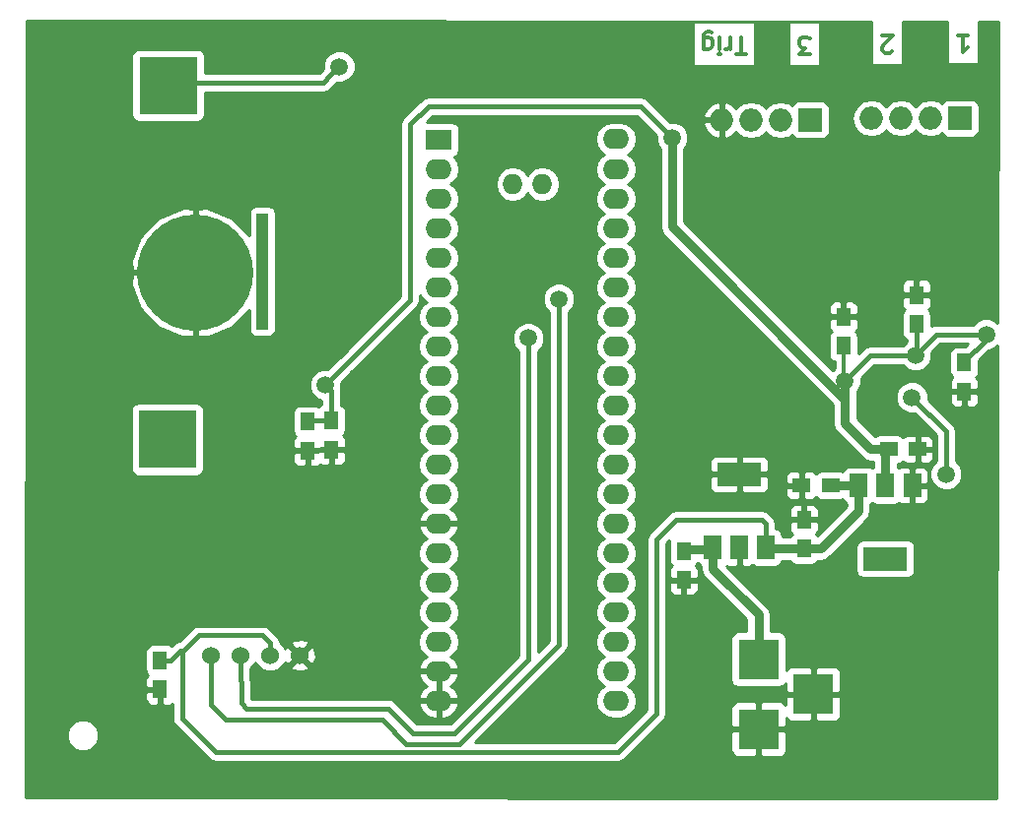
<source format=gbr>
G04 #@! TF.FileFunction,Copper,L1,Top,Signal*
%FSLAX46Y46*%
G04 Gerber Fmt 4.6, Leading zero omitted, Abs format (unit mm)*
G04 Created by KiCad (PCBNEW 4.0.7) date 03/26/18 16:32:17*
%MOMM*%
%LPD*%
G01*
G04 APERTURE LIST*
%ADD10C,0.100000*%
%ADD11C,0.300000*%
%ADD12R,1.250000X1.500000*%
%ADD13R,1.500000X1.250000*%
%ADD14O,1.998980X1.998980*%
%ADD15R,1.998980X1.998980*%
%ADD16R,3.500000X3.500000*%
%ADD17R,2.250000X1.727200*%
%ADD18O,2.250000X1.727200*%
%ADD19O,1.727200X1.727200*%
%ADD20C,1.524000*%
%ADD21R,3.800000X2.000000*%
%ADD22R,1.500000X2.000000*%
%ADD23R,5.000000X5.000000*%
%ADD24O,10.000000X10.000000*%
%ADD25R,1.000000X10.000000*%
%ADD26C,1.500000*%
%ADD27C,0.400000*%
%ADD28C,0.800000*%
%ADD29C,0.254000*%
G04 APERTURE END LIST*
D10*
D11*
X62603571Y64578571D02*
X61746428Y64578571D01*
X62174999Y66078571D02*
X62174999Y64578571D01*
X61246428Y66078571D02*
X61246428Y65078571D01*
X61246428Y65364286D02*
X61175000Y65221429D01*
X61103571Y65150000D01*
X60960714Y65078571D01*
X60817857Y65078571D01*
X60317857Y66078571D02*
X60317857Y65078571D01*
X60317857Y64578571D02*
X60389286Y64650000D01*
X60317857Y64721429D01*
X60246429Y64650000D01*
X60317857Y64578571D01*
X60317857Y64721429D01*
X58960714Y65078571D02*
X58960714Y66292857D01*
X59032143Y66435714D01*
X59103571Y66507143D01*
X59246428Y66578571D01*
X59460714Y66578571D01*
X59603571Y66507143D01*
X58960714Y66007143D02*
X59103571Y66078571D01*
X59389285Y66078571D01*
X59532143Y66007143D01*
X59603571Y65935714D01*
X59675000Y65792857D01*
X59675000Y65364286D01*
X59603571Y65221429D01*
X59532143Y65150000D01*
X59389285Y65078571D01*
X59103571Y65078571D01*
X58960714Y65150000D01*
X68074999Y64578571D02*
X67146428Y64578571D01*
X67646428Y65150000D01*
X67432142Y65150000D01*
X67289285Y65221429D01*
X67217856Y65292857D01*
X67146428Y65435714D01*
X67146428Y65792857D01*
X67217856Y65935714D01*
X67289285Y66007143D01*
X67432142Y66078571D01*
X67860714Y66078571D01*
X68003571Y66007143D01*
X68074999Y65935714D01*
X75128571Y64846429D02*
X75057142Y64775000D01*
X74914285Y64703571D01*
X74557142Y64703571D01*
X74414285Y64775000D01*
X74342856Y64846429D01*
X74271428Y64989286D01*
X74271428Y65132143D01*
X74342856Y65346429D01*
X75199999Y66203571D01*
X74271428Y66203571D01*
X80796428Y66253571D02*
X81653571Y66253571D01*
X81224999Y66253571D02*
X81224999Y64753571D01*
X81367856Y64967857D01*
X81510714Y65110714D01*
X81653571Y65182143D01*
D12*
X70950000Y39525000D03*
X70950000Y42025000D03*
X81325000Y38100000D03*
X81325000Y35600000D03*
X77225000Y41400000D03*
X77225000Y43900000D03*
X57225000Y21900000D03*
X57225000Y19400000D03*
D13*
X69850000Y27525000D03*
X67350000Y27525000D03*
D12*
X67550000Y22075000D03*
X67550000Y24575000D03*
D13*
X74825000Y30625000D03*
X77325000Y30625000D03*
D12*
X26936532Y33084228D03*
X26936532Y30584228D03*
X24911532Y33009228D03*
X24911532Y30509228D03*
D14*
X73345000Y59100000D03*
D15*
X80965000Y59100000D03*
D14*
X78425000Y59100000D03*
X75885000Y59100000D03*
X60470000Y58950000D03*
D15*
X68090000Y58950000D03*
D14*
X65550000Y58950000D03*
X63010000Y58950000D03*
D16*
X63650000Y12575000D03*
X63650000Y6575000D03*
X68350000Y9575000D03*
D17*
X36175000Y57265000D03*
D18*
X36175000Y54725000D03*
X36175000Y52185000D03*
X36175000Y49645000D03*
X36175000Y47105000D03*
X36175000Y44565000D03*
X36175000Y42025000D03*
X36175000Y39485000D03*
X36175000Y36945000D03*
X36175000Y34405000D03*
X36175000Y31865000D03*
X36175000Y29325000D03*
X36175000Y26785000D03*
X36175000Y24245000D03*
X36175000Y21705000D03*
X36175000Y19165000D03*
X36175000Y16625000D03*
X36175000Y14085000D03*
X36175000Y11545000D03*
X36175000Y9005000D03*
X51415000Y9005000D03*
X51415000Y11545000D03*
X51415000Y14085000D03*
X51415000Y16625000D03*
X51415000Y19165000D03*
X51415000Y21705000D03*
X51415000Y24245000D03*
X51415000Y26785000D03*
X51415000Y29325000D03*
X51415000Y31865000D03*
X51415000Y34405000D03*
X51415000Y36945000D03*
X51415000Y39485000D03*
X51415000Y42025000D03*
X51415000Y44565000D03*
X51415000Y47105000D03*
X51415000Y49645000D03*
X51415000Y52185000D03*
X51415000Y54725000D03*
X51415000Y57315800D03*
D19*
X45075000Y53455000D03*
X42535000Y53455000D03*
D20*
X16605000Y12900000D03*
X19145000Y12900000D03*
X21685000Y12900000D03*
X24225000Y12900000D03*
D21*
X74550000Y21225000D03*
D22*
X74550000Y27525000D03*
X72250000Y27525000D03*
X76850000Y27525000D03*
D21*
X62000000Y28475000D03*
D22*
X62000000Y22175000D03*
X64300000Y22175000D03*
X59700000Y22175000D03*
D12*
X12225000Y12475000D03*
X12225000Y9975000D03*
D23*
X12875000Y31475000D03*
X12925000Y61925000D03*
D24*
X15275000Y45825000D03*
D25*
X21025000Y45925000D03*
D26*
X26420671Y36173756D03*
X56225000Y57425000D03*
X83200000Y40525000D03*
X77134225Y38727857D03*
X71075000Y36525000D03*
X22250000Y26925000D03*
X79748912Y28495499D03*
X43875000Y40200000D03*
X76825000Y35100000D03*
X46500000Y43575000D03*
X27633935Y63555479D03*
D27*
X56225000Y57425000D02*
X53500000Y60150000D01*
X53500000Y60150000D02*
X35307333Y60150000D01*
X35307333Y60150000D02*
X33729736Y58572403D01*
X33729736Y58572403D02*
X33729736Y43462765D01*
X33729736Y43462765D02*
X28216971Y37950000D01*
X28216971Y37950000D02*
X28196915Y37950000D01*
X28196915Y37950000D02*
X26420671Y36173756D01*
D11*
X70950000Y39525000D02*
X70950000Y36650000D01*
X70950000Y36650000D02*
X71075000Y36525000D01*
D27*
X77225000Y41400000D02*
X77225000Y38818632D01*
D11*
X77225000Y38818632D02*
X77134225Y38727857D01*
X81325000Y38100000D02*
X81325000Y38225000D01*
D27*
X81325000Y38225000D02*
X83200000Y40100000D01*
D11*
X83200000Y40100000D02*
X83200000Y40525000D01*
D27*
X26936532Y33084228D02*
X26936532Y35657895D01*
X26936532Y35657895D02*
X26420671Y36173756D01*
X26936532Y33084228D02*
X24986532Y33084228D01*
X24986532Y33084228D02*
X24911532Y33009228D01*
D28*
X71075000Y32825000D02*
X71075000Y34920002D01*
X71075000Y34920002D02*
X56225000Y49770002D01*
X56225000Y49770002D02*
X56225000Y57425000D01*
X74825000Y30625000D02*
X73275000Y30625000D01*
X73275000Y30625000D02*
X71075000Y32825000D01*
X71075000Y32825000D02*
X71075000Y36525000D01*
X74550000Y27525000D02*
X74550000Y30350000D01*
X74550000Y30350000D02*
X74825000Y30625000D01*
D27*
X83200000Y40525000D02*
X78931368Y40525000D01*
X78931368Y40525000D02*
X77134225Y38727857D01*
X71075000Y36525000D02*
X73277857Y38727857D01*
X73277857Y38727857D02*
X77134225Y38727857D01*
D28*
X59700000Y22175000D02*
X59700000Y20375000D01*
X63650000Y16425000D02*
X63650000Y12575000D01*
X59700000Y20375000D02*
X63650000Y16425000D01*
X57050000Y22050000D02*
X59575000Y22050000D01*
X59575000Y22050000D02*
X59700000Y22175000D01*
D27*
X54850000Y22850000D02*
X56550000Y24550000D01*
X56550000Y24550000D02*
X60838659Y24550000D01*
X54850000Y7900000D02*
X54850000Y22850000D01*
X15559161Y14625000D02*
X14259161Y13325000D01*
X13150000Y12475000D02*
X14000000Y13325000D01*
D11*
X14000000Y13325000D02*
X14259161Y13325000D01*
D27*
X14259161Y13325000D02*
X14110028Y13175867D01*
X12225000Y12475000D02*
X13150000Y12475000D01*
X21685000Y12900000D02*
X21685000Y13977630D01*
X21685000Y13977630D02*
X21037630Y14625000D01*
X21037630Y14625000D02*
X15559161Y14625000D01*
X14110028Y13175867D02*
X14110028Y7489972D01*
X14110028Y7489972D02*
X17000000Y4600000D01*
X17000000Y4600000D02*
X51550000Y4600000D01*
X51550000Y4600000D02*
X54850000Y7900000D01*
X60838659Y24550000D02*
X63971782Y24550000D01*
X63971782Y24550000D02*
X64300000Y24221782D01*
X64300000Y24221782D02*
X64300000Y22175000D01*
D28*
X72250000Y27525000D02*
X69850000Y27525000D01*
X67550000Y22075000D02*
X68975000Y22075000D01*
X68975000Y22075000D02*
X72250000Y25350000D01*
X72250000Y25350000D02*
X72250000Y27525000D01*
X67550000Y22075000D02*
X64400000Y22075000D01*
X64400000Y22075000D02*
X64300000Y22175000D01*
D27*
X79748912Y32176088D02*
X79748912Y29556159D01*
X76825000Y35100000D02*
X79748912Y32176088D01*
X79748912Y29556159D02*
X79748912Y28495499D01*
X19250000Y10625000D02*
X19145000Y10730000D01*
X19145000Y10730000D02*
X19145000Y12900000D01*
X43875000Y40200000D02*
X43875000Y12575000D01*
X43875000Y12575000D02*
X37537644Y6237644D01*
X37537644Y6237644D02*
X33955038Y6237644D01*
X31837646Y8355036D02*
X19690802Y8355036D01*
X33955038Y6237644D02*
X31837646Y8355036D01*
X19690802Y8355036D02*
X19250000Y8795838D01*
X19250000Y8795838D02*
X19250000Y10625000D01*
X16605000Y11822370D02*
X16605000Y12900000D01*
X16605000Y8651775D02*
X16605000Y11822370D01*
X17899748Y7357027D02*
X16605000Y8651775D01*
X31321195Y7357027D02*
X17899748Y7357027D01*
X37950011Y5300011D02*
X33378211Y5300011D01*
X46500000Y13850000D02*
X37950011Y5300011D01*
X46500000Y43575000D02*
X46500000Y13850000D01*
X33378211Y5300011D02*
X31321195Y7357027D01*
X26883936Y62805480D02*
X27633935Y63555479D01*
X14625000Y62175000D02*
X26253456Y62175000D01*
X26253456Y62175000D02*
X26883936Y62805480D01*
D29*
G36*
X73350714Y67400318D02*
X73350714Y63690000D01*
X76049285Y63690000D01*
X76049285Y67397927D01*
X79875714Y67394538D01*
X79875714Y63740000D01*
X82574285Y63740000D01*
X82574285Y67392148D01*
X84238654Y67390674D01*
X84191221Y41492445D01*
X83985564Y41698461D01*
X83476702Y41909759D01*
X82925715Y41910240D01*
X82416485Y41699831D01*
X82076061Y41360000D01*
X78931368Y41360000D01*
X78611827Y41296439D01*
X78497440Y41220008D01*
X78497440Y42150000D01*
X78453162Y42385317D01*
X78314090Y42601441D01*
X78245994Y42647969D01*
X78388327Y42790302D01*
X78485000Y43023691D01*
X78485000Y43614250D01*
X78326250Y43773000D01*
X77352000Y43773000D01*
X77352000Y43753000D01*
X77098000Y43753000D01*
X77098000Y43773000D01*
X76123750Y43773000D01*
X75965000Y43614250D01*
X75965000Y43023691D01*
X76061673Y42790302D01*
X76202910Y42649064D01*
X76148559Y42614090D01*
X76003569Y42401890D01*
X75952560Y42150000D01*
X75952560Y40650000D01*
X75996838Y40414683D01*
X76135910Y40198559D01*
X76348110Y40053569D01*
X76390000Y40045086D01*
X76390000Y39918922D01*
X76350710Y39902688D01*
X76010286Y39562857D01*
X73277857Y39562857D01*
X72958316Y39499296D01*
X72770365Y39373711D01*
X72687423Y39318291D01*
X72222440Y38853308D01*
X72222440Y40275000D01*
X72178162Y40510317D01*
X72039090Y40726441D01*
X71970994Y40772969D01*
X72113327Y40915302D01*
X72210000Y41148691D01*
X72210000Y41739250D01*
X72051250Y41898000D01*
X71077000Y41898000D01*
X71077000Y41878000D01*
X70823000Y41878000D01*
X70823000Y41898000D01*
X69848750Y41898000D01*
X69690000Y41739250D01*
X69690000Y41148691D01*
X69786673Y40915302D01*
X69927910Y40774064D01*
X69873559Y40739090D01*
X69728569Y40526890D01*
X69677560Y40275000D01*
X69677560Y38775000D01*
X69721838Y38539683D01*
X69860910Y38323559D01*
X70073110Y38178569D01*
X70165000Y38159961D01*
X70165000Y37573566D01*
X70024952Y37433762D01*
X64557405Y42901309D01*
X69690000Y42901309D01*
X69690000Y42310750D01*
X69848750Y42152000D01*
X70823000Y42152000D01*
X70823000Y43251250D01*
X71077000Y43251250D01*
X71077000Y42152000D01*
X72051250Y42152000D01*
X72210000Y42310750D01*
X72210000Y42901309D01*
X72113327Y43134698D01*
X71934699Y43313327D01*
X71701310Y43410000D01*
X71235750Y43410000D01*
X71077000Y43251250D01*
X70823000Y43251250D01*
X70664250Y43410000D01*
X70198690Y43410000D01*
X69965301Y43313327D01*
X69786673Y43134698D01*
X69690000Y42901309D01*
X64557405Y42901309D01*
X62682405Y44776309D01*
X75965000Y44776309D01*
X75965000Y44185750D01*
X76123750Y44027000D01*
X77098000Y44027000D01*
X77098000Y45126250D01*
X77352000Y45126250D01*
X77352000Y44027000D01*
X78326250Y44027000D01*
X78485000Y44185750D01*
X78485000Y44776309D01*
X78388327Y45009698D01*
X78209699Y45188327D01*
X77976310Y45285000D01*
X77510750Y45285000D01*
X77352000Y45126250D01*
X77098000Y45126250D01*
X76939250Y45285000D01*
X76473690Y45285000D01*
X76240301Y45188327D01*
X76061673Y45009698D01*
X75965000Y44776309D01*
X62682405Y44776309D01*
X57260000Y50198714D01*
X57260000Y56501216D01*
X57398461Y56639436D01*
X57609759Y57148298D01*
X57610240Y57699285D01*
X57399831Y58208515D01*
X57039329Y58569646D01*
X58880381Y58569646D01*
X59077013Y58094916D01*
X59510274Y57626932D01*
X60089645Y57360373D01*
X60343000Y57479193D01*
X60343000Y58823000D01*
X58999735Y58823000D01*
X58880381Y58569646D01*
X57039329Y58569646D01*
X57010564Y58598461D01*
X56501702Y58809759D01*
X56020689Y58810179D01*
X55500514Y59330354D01*
X58880381Y59330354D01*
X58999735Y59077000D01*
X60343000Y59077000D01*
X60343000Y60420807D01*
X60597000Y60420807D01*
X60597000Y59077000D01*
X60617000Y59077000D01*
X60617000Y58823000D01*
X60597000Y58823000D01*
X60597000Y57479193D01*
X60850355Y57360373D01*
X61429726Y57626932D01*
X61722621Y57943300D01*
X61822219Y57794241D01*
X62352486Y57439928D01*
X62977978Y57315510D01*
X63042022Y57315510D01*
X63667514Y57439928D01*
X64197781Y57794241D01*
X64280000Y57917290D01*
X64362219Y57794241D01*
X64892486Y57439928D01*
X65517978Y57315510D01*
X65582022Y57315510D01*
X66207514Y57439928D01*
X66527077Y57653453D01*
X66626420Y57499069D01*
X66838620Y57354079D01*
X67090510Y57303070D01*
X69089490Y57303070D01*
X69324807Y57347348D01*
X69540931Y57486420D01*
X69685921Y57698620D01*
X69736930Y57950510D01*
X69736930Y59100000D01*
X71678488Y59100000D01*
X71802906Y58474508D01*
X72157219Y57944241D01*
X72687486Y57589928D01*
X73312978Y57465510D01*
X73377022Y57465510D01*
X74002514Y57589928D01*
X74532781Y57944241D01*
X74615000Y58067290D01*
X74697219Y57944241D01*
X75227486Y57589928D01*
X75852978Y57465510D01*
X75917022Y57465510D01*
X76542514Y57589928D01*
X77072781Y57944241D01*
X77155000Y58067290D01*
X77237219Y57944241D01*
X77767486Y57589928D01*
X78392978Y57465510D01*
X78457022Y57465510D01*
X79082514Y57589928D01*
X79402077Y57803453D01*
X79501420Y57649069D01*
X79713620Y57504079D01*
X79965510Y57453070D01*
X81964490Y57453070D01*
X82199807Y57497348D01*
X82415931Y57636420D01*
X82560921Y57848620D01*
X82611930Y58100510D01*
X82611930Y60099490D01*
X82567652Y60334807D01*
X82428580Y60550931D01*
X82216380Y60695921D01*
X81964490Y60746930D01*
X79965510Y60746930D01*
X79730193Y60702652D01*
X79514069Y60563580D01*
X79400610Y60397527D01*
X79082514Y60610072D01*
X78457022Y60734490D01*
X78392978Y60734490D01*
X77767486Y60610072D01*
X77237219Y60255759D01*
X77155000Y60132710D01*
X77072781Y60255759D01*
X76542514Y60610072D01*
X75917022Y60734490D01*
X75852978Y60734490D01*
X75227486Y60610072D01*
X74697219Y60255759D01*
X74615000Y60132710D01*
X74532781Y60255759D01*
X74002514Y60610072D01*
X73377022Y60734490D01*
X73312978Y60734490D01*
X72687486Y60610072D01*
X72157219Y60255759D01*
X71802906Y59725492D01*
X71678488Y59100000D01*
X69736930Y59100000D01*
X69736930Y59949490D01*
X69692652Y60184807D01*
X69553580Y60400931D01*
X69341380Y60545921D01*
X69089490Y60596930D01*
X67090510Y60596930D01*
X66855193Y60552652D01*
X66639069Y60413580D01*
X66525610Y60247527D01*
X66207514Y60460072D01*
X65582022Y60584490D01*
X65517978Y60584490D01*
X64892486Y60460072D01*
X64362219Y60105759D01*
X64280000Y59982710D01*
X64197781Y60105759D01*
X63667514Y60460072D01*
X63042022Y60584490D01*
X62977978Y60584490D01*
X62352486Y60460072D01*
X61822219Y60105759D01*
X61722621Y59956700D01*
X61429726Y60273068D01*
X60850355Y60539627D01*
X60597000Y60420807D01*
X60343000Y60420807D01*
X60089645Y60539627D01*
X59510274Y60273068D01*
X59077013Y59805084D01*
X58880381Y59330354D01*
X55500514Y59330354D01*
X54090434Y60740434D01*
X54080712Y60746930D01*
X53819541Y60921439D01*
X53500000Y60985000D01*
X35307333Y60985000D01*
X34987792Y60921439D01*
X34726621Y60746930D01*
X34716899Y60740434D01*
X33139302Y59162837D01*
X32958297Y58891944D01*
X32894736Y58572403D01*
X32894736Y43808633D01*
X27666923Y38580820D01*
X27612626Y38544540D01*
X27606481Y38540434D01*
X26624626Y37558579D01*
X26146386Y37558996D01*
X25637156Y37348587D01*
X25247210Y36959320D01*
X25035912Y36450458D01*
X25035431Y35899471D01*
X25245840Y35390241D01*
X25635107Y35000295D01*
X26101532Y34806618D01*
X26101532Y34442154D01*
X26076215Y34437390D01*
X25866401Y34302378D01*
X25788422Y34355659D01*
X25536532Y34406668D01*
X24286532Y34406668D01*
X24051215Y34362390D01*
X23835091Y34223318D01*
X23690101Y34011118D01*
X23639092Y33759228D01*
X23639092Y32259228D01*
X23683370Y32023911D01*
X23822442Y31807787D01*
X23890538Y31761259D01*
X23748205Y31618926D01*
X23651532Y31385537D01*
X23651532Y30794978D01*
X23810282Y30636228D01*
X24784532Y30636228D01*
X24784532Y30656228D01*
X25038532Y30656228D01*
X25038532Y30636228D01*
X26012782Y30636228D01*
X26087782Y30711228D01*
X26809532Y30711228D01*
X26809532Y30731228D01*
X27063532Y30731228D01*
X27063532Y30711228D01*
X28037782Y30711228D01*
X28196532Y30869978D01*
X28196532Y31460537D01*
X28099859Y31693926D01*
X27958622Y31835164D01*
X28012973Y31870138D01*
X28157963Y32082338D01*
X28208972Y32334228D01*
X28208972Y33834228D01*
X28164694Y34069545D01*
X28025622Y34285669D01*
X27813422Y34430659D01*
X27771532Y34439142D01*
X27771532Y35657895D01*
X27757786Y35727000D01*
X27750347Y35764400D01*
X27805430Y35897054D01*
X27805850Y36378067D01*
X28746963Y37319180D01*
X28807405Y37359566D01*
X34320170Y42872331D01*
X34339532Y42901309D01*
X34501175Y43143224D01*
X34564736Y43462765D01*
X34564736Y43886536D01*
X34819450Y43505330D01*
X35134231Y43295000D01*
X34819450Y43084670D01*
X34494594Y42598489D01*
X34380520Y42025000D01*
X34494594Y41451511D01*
X34819450Y40965330D01*
X35134231Y40755000D01*
X34819450Y40544670D01*
X34494594Y40058489D01*
X34380520Y39485000D01*
X34494594Y38911511D01*
X34819450Y38425330D01*
X35134231Y38215000D01*
X34819450Y38004670D01*
X34494594Y37518489D01*
X34380520Y36945000D01*
X34494594Y36371511D01*
X34819450Y35885330D01*
X35134231Y35675000D01*
X34819450Y35464670D01*
X34494594Y34978489D01*
X34380520Y34405000D01*
X34494594Y33831511D01*
X34819450Y33345330D01*
X35134231Y33135000D01*
X34819450Y32924670D01*
X34494594Y32438489D01*
X34380520Y31865000D01*
X34494594Y31291511D01*
X34819450Y30805330D01*
X35134231Y30595000D01*
X34819450Y30384670D01*
X34494594Y29898489D01*
X34380520Y29325000D01*
X34494594Y28751511D01*
X34819450Y28265330D01*
X35134231Y28055000D01*
X34819450Y27844670D01*
X34494594Y27358489D01*
X34380520Y26785000D01*
X34494594Y26211511D01*
X34819450Y25725330D01*
X35137468Y25512837D01*
X34764127Y25214868D01*
X34480473Y24701157D01*
X34458642Y24604026D01*
X34579783Y24372000D01*
X36048000Y24372000D01*
X36048000Y24392000D01*
X36302000Y24392000D01*
X36302000Y24372000D01*
X37770217Y24372000D01*
X37891358Y24604026D01*
X37869527Y24701157D01*
X37585873Y25214868D01*
X37212532Y25512837D01*
X37530550Y25725330D01*
X37855406Y26211511D01*
X37969480Y26785000D01*
X37855406Y27358489D01*
X37530550Y27844670D01*
X37215769Y28055000D01*
X37530550Y28265330D01*
X37855406Y28751511D01*
X37969480Y29325000D01*
X37855406Y29898489D01*
X37530550Y30384670D01*
X37215769Y30595000D01*
X37530550Y30805330D01*
X37855406Y31291511D01*
X37969480Y31865000D01*
X37855406Y32438489D01*
X37530550Y32924670D01*
X37215769Y33135000D01*
X37530550Y33345330D01*
X37855406Y33831511D01*
X37969480Y34405000D01*
X37855406Y34978489D01*
X37530550Y35464670D01*
X37215769Y35675000D01*
X37530550Y35885330D01*
X37855406Y36371511D01*
X37969480Y36945000D01*
X37855406Y37518489D01*
X37530550Y38004670D01*
X37215769Y38215000D01*
X37530550Y38425330D01*
X37855406Y38911511D01*
X37969480Y39485000D01*
X37855406Y40058489D01*
X37530550Y40544670D01*
X37215769Y40755000D01*
X37530550Y40965330D01*
X37855406Y41451511D01*
X37969480Y42025000D01*
X37855406Y42598489D01*
X37530550Y43084670D01*
X37215769Y43295000D01*
X37530550Y43505330D01*
X37855406Y43991511D01*
X37969480Y44565000D01*
X37855406Y45138489D01*
X37530550Y45624670D01*
X37215769Y45835000D01*
X37530550Y46045330D01*
X37855406Y46531511D01*
X37969480Y47105000D01*
X37855406Y47678489D01*
X37530550Y48164670D01*
X37215769Y48375000D01*
X37530550Y48585330D01*
X37855406Y49071511D01*
X37969480Y49645000D01*
X37855406Y50218489D01*
X37530550Y50704670D01*
X37215769Y50915000D01*
X37530550Y51125330D01*
X37855406Y51611511D01*
X37969480Y52185000D01*
X37855406Y52758489D01*
X37530550Y53244670D01*
X37215769Y53455000D01*
X37259707Y53484359D01*
X41036400Y53484359D01*
X41036400Y53425641D01*
X41150474Y52852152D01*
X41475330Y52365971D01*
X41961511Y52041115D01*
X42535000Y51927041D01*
X43108489Y52041115D01*
X43594670Y52365971D01*
X43805000Y52680752D01*
X44015330Y52365971D01*
X44501511Y52041115D01*
X45075000Y51927041D01*
X45648489Y52041115D01*
X46134670Y52365971D01*
X46459526Y52852152D01*
X46573600Y53425641D01*
X46573600Y53484359D01*
X46459526Y54057848D01*
X46134670Y54544029D01*
X45648489Y54868885D01*
X45075000Y54982959D01*
X44501511Y54868885D01*
X44015330Y54544029D01*
X43805000Y54229248D01*
X43594670Y54544029D01*
X43108489Y54868885D01*
X42535000Y54982959D01*
X41961511Y54868885D01*
X41475330Y54544029D01*
X41150474Y54057848D01*
X41036400Y53484359D01*
X37259707Y53484359D01*
X37530550Y53665330D01*
X37855406Y54151511D01*
X37969480Y54725000D01*
X37855406Y55298489D01*
X37530550Y55784670D01*
X37515753Y55794557D01*
X37535317Y55798238D01*
X37751441Y55937310D01*
X37896431Y56149510D01*
X37947440Y56401400D01*
X37947440Y57315800D01*
X49620520Y57315800D01*
X49734594Y56742311D01*
X50059450Y56256130D01*
X50412245Y56020400D01*
X50059450Y55784670D01*
X49734594Y55298489D01*
X49620520Y54725000D01*
X49734594Y54151511D01*
X50059450Y53665330D01*
X50374231Y53455000D01*
X50059450Y53244670D01*
X49734594Y52758489D01*
X49620520Y52185000D01*
X49734594Y51611511D01*
X50059450Y51125330D01*
X50374231Y50915000D01*
X50059450Y50704670D01*
X49734594Y50218489D01*
X49620520Y49645000D01*
X49734594Y49071511D01*
X50059450Y48585330D01*
X50374231Y48375000D01*
X50059450Y48164670D01*
X49734594Y47678489D01*
X49620520Y47105000D01*
X49734594Y46531511D01*
X50059450Y46045330D01*
X50374231Y45835000D01*
X50059450Y45624670D01*
X49734594Y45138489D01*
X49620520Y44565000D01*
X49734594Y43991511D01*
X50059450Y43505330D01*
X50374231Y43295000D01*
X50059450Y43084670D01*
X49734594Y42598489D01*
X49620520Y42025000D01*
X49734594Y41451511D01*
X50059450Y40965330D01*
X50374231Y40755000D01*
X50059450Y40544670D01*
X49734594Y40058489D01*
X49620520Y39485000D01*
X49734594Y38911511D01*
X50059450Y38425330D01*
X50374231Y38215000D01*
X50059450Y38004670D01*
X49734594Y37518489D01*
X49620520Y36945000D01*
X49734594Y36371511D01*
X50059450Y35885330D01*
X50374231Y35675000D01*
X50059450Y35464670D01*
X49734594Y34978489D01*
X49620520Y34405000D01*
X49734594Y33831511D01*
X50059450Y33345330D01*
X50374231Y33135000D01*
X50059450Y32924670D01*
X49734594Y32438489D01*
X49620520Y31865000D01*
X49734594Y31291511D01*
X50059450Y30805330D01*
X50374231Y30595000D01*
X50059450Y30384670D01*
X49734594Y29898489D01*
X49620520Y29325000D01*
X49734594Y28751511D01*
X50059450Y28265330D01*
X50374231Y28055000D01*
X50059450Y27844670D01*
X49734594Y27358489D01*
X49620520Y26785000D01*
X49734594Y26211511D01*
X50059450Y25725330D01*
X50374231Y25515000D01*
X50059450Y25304670D01*
X49734594Y24818489D01*
X49620520Y24245000D01*
X49734594Y23671511D01*
X50059450Y23185330D01*
X50374231Y22975000D01*
X50059450Y22764670D01*
X49734594Y22278489D01*
X49620520Y21705000D01*
X49734594Y21131511D01*
X50059450Y20645330D01*
X50374231Y20435000D01*
X50059450Y20224670D01*
X49734594Y19738489D01*
X49620520Y19165000D01*
X49734594Y18591511D01*
X50059450Y18105330D01*
X50374231Y17895000D01*
X50059450Y17684670D01*
X49734594Y17198489D01*
X49620520Y16625000D01*
X49734594Y16051511D01*
X50059450Y15565330D01*
X50374231Y15355000D01*
X50059450Y15144670D01*
X49734594Y14658489D01*
X49620520Y14085000D01*
X49734594Y13511511D01*
X50059450Y13025330D01*
X50374231Y12815000D01*
X50059450Y12604670D01*
X49734594Y12118489D01*
X49620520Y11545000D01*
X49734594Y10971511D01*
X50059450Y10485330D01*
X50374231Y10275000D01*
X50059450Y10064670D01*
X49734594Y9578489D01*
X49620520Y9005000D01*
X49734594Y8431511D01*
X50059450Y7945330D01*
X50545631Y7620474D01*
X51119120Y7506400D01*
X51710880Y7506400D01*
X52284369Y7620474D01*
X52770550Y7945330D01*
X53095406Y8431511D01*
X53209480Y9005000D01*
X53095406Y9578489D01*
X52770550Y10064670D01*
X52455769Y10275000D01*
X52770550Y10485330D01*
X53095406Y10971511D01*
X53209480Y11545000D01*
X53095406Y12118489D01*
X52770550Y12604670D01*
X52455769Y12815000D01*
X52770550Y13025330D01*
X53095406Y13511511D01*
X53209480Y14085000D01*
X53095406Y14658489D01*
X52770550Y15144670D01*
X52455769Y15355000D01*
X52770550Y15565330D01*
X53095406Y16051511D01*
X53209480Y16625000D01*
X53095406Y17198489D01*
X52770550Y17684670D01*
X52455769Y17895000D01*
X52770550Y18105330D01*
X53095406Y18591511D01*
X53209480Y19165000D01*
X53095406Y19738489D01*
X52770550Y20224670D01*
X52455769Y20435000D01*
X52770550Y20645330D01*
X53095406Y21131511D01*
X53209480Y21705000D01*
X53095406Y22278489D01*
X52770550Y22764670D01*
X52455769Y22975000D01*
X52770550Y23185330D01*
X53095406Y23671511D01*
X53209480Y24245000D01*
X53095406Y24818489D01*
X52770550Y25304670D01*
X52551090Y25451309D01*
X66290000Y25451309D01*
X66290000Y24860750D01*
X66448750Y24702000D01*
X67423000Y24702000D01*
X67423000Y25801250D01*
X67677000Y25801250D01*
X67677000Y24702000D01*
X68651250Y24702000D01*
X68810000Y24860750D01*
X68810000Y25451309D01*
X68713327Y25684698D01*
X68534699Y25863327D01*
X68301310Y25960000D01*
X67835750Y25960000D01*
X67677000Y25801250D01*
X67423000Y25801250D01*
X67264250Y25960000D01*
X66798690Y25960000D01*
X66565301Y25863327D01*
X66386673Y25684698D01*
X66290000Y25451309D01*
X52551090Y25451309D01*
X52455769Y25515000D01*
X52770550Y25725330D01*
X53095406Y26211511D01*
X53209480Y26785000D01*
X53095406Y27358489D01*
X52770550Y27844670D01*
X52455769Y28055000D01*
X52656688Y28189250D01*
X59465000Y28189250D01*
X59465000Y27348691D01*
X59561673Y27115302D01*
X59740301Y26936673D01*
X59973690Y26840000D01*
X61714250Y26840000D01*
X61873000Y26998750D01*
X61873000Y28348000D01*
X62127000Y28348000D01*
X62127000Y26998750D01*
X62285750Y26840000D01*
X64026310Y26840000D01*
X64259699Y26936673D01*
X64438327Y27115302D01*
X64489668Y27239250D01*
X65965000Y27239250D01*
X65965000Y26773690D01*
X66061673Y26540301D01*
X66240302Y26361673D01*
X66473691Y26265000D01*
X67064250Y26265000D01*
X67223000Y26423750D01*
X67223000Y27398000D01*
X66123750Y27398000D01*
X65965000Y27239250D01*
X64489668Y27239250D01*
X64535000Y27348691D01*
X64535000Y28189250D01*
X64447940Y28276310D01*
X65965000Y28276310D01*
X65965000Y27810750D01*
X66123750Y27652000D01*
X67223000Y27652000D01*
X67223000Y28626250D01*
X67064250Y28785000D01*
X66473691Y28785000D01*
X66240302Y28688327D01*
X66061673Y28509699D01*
X65965000Y28276310D01*
X64447940Y28276310D01*
X64376250Y28348000D01*
X62127000Y28348000D01*
X61873000Y28348000D01*
X59623750Y28348000D01*
X59465000Y28189250D01*
X52656688Y28189250D01*
X52770550Y28265330D01*
X53095406Y28751511D01*
X53209480Y29325000D01*
X53154519Y29601309D01*
X59465000Y29601309D01*
X59465000Y28760750D01*
X59623750Y28602000D01*
X61873000Y28602000D01*
X61873000Y29951250D01*
X62127000Y29951250D01*
X62127000Y28602000D01*
X64376250Y28602000D01*
X64535000Y28760750D01*
X64535000Y29601309D01*
X64438327Y29834698D01*
X64259699Y30013327D01*
X64026310Y30110000D01*
X62285750Y30110000D01*
X62127000Y29951250D01*
X61873000Y29951250D01*
X61714250Y30110000D01*
X59973690Y30110000D01*
X59740301Y30013327D01*
X59561673Y29834698D01*
X59465000Y29601309D01*
X53154519Y29601309D01*
X53095406Y29898489D01*
X52770550Y30384670D01*
X52455769Y30595000D01*
X52770550Y30805330D01*
X53095406Y31291511D01*
X53209480Y31865000D01*
X53095406Y32438489D01*
X52770550Y32924670D01*
X52455769Y33135000D01*
X52770550Y33345330D01*
X53095406Y33831511D01*
X53209480Y34405000D01*
X53095406Y34978489D01*
X52770550Y35464670D01*
X52455769Y35675000D01*
X52770550Y35885330D01*
X53095406Y36371511D01*
X53209480Y36945000D01*
X53095406Y37518489D01*
X52770550Y38004670D01*
X52455769Y38215000D01*
X52770550Y38425330D01*
X53095406Y38911511D01*
X53209480Y39485000D01*
X53095406Y40058489D01*
X52770550Y40544670D01*
X52455769Y40755000D01*
X52770550Y40965330D01*
X53095406Y41451511D01*
X53209480Y42025000D01*
X53095406Y42598489D01*
X52770550Y43084670D01*
X52455769Y43295000D01*
X52770550Y43505330D01*
X53095406Y43991511D01*
X53209480Y44565000D01*
X53095406Y45138489D01*
X52770550Y45624670D01*
X52455769Y45835000D01*
X52770550Y46045330D01*
X53095406Y46531511D01*
X53209480Y47105000D01*
X53095406Y47678489D01*
X52770550Y48164670D01*
X52455769Y48375000D01*
X52770550Y48585330D01*
X53095406Y49071511D01*
X53209480Y49645000D01*
X53095406Y50218489D01*
X52770550Y50704670D01*
X52455769Y50915000D01*
X52770550Y51125330D01*
X53095406Y51611511D01*
X53209480Y52185000D01*
X53095406Y52758489D01*
X52770550Y53244670D01*
X52455769Y53455000D01*
X52770550Y53665330D01*
X53095406Y54151511D01*
X53209480Y54725000D01*
X53095406Y55298489D01*
X52770550Y55784670D01*
X52417755Y56020400D01*
X52770550Y56256130D01*
X53095406Y56742311D01*
X53209480Y57315800D01*
X53095406Y57889289D01*
X52770550Y58375470D01*
X52284369Y58700326D01*
X51710880Y58814400D01*
X51119120Y58814400D01*
X50545631Y58700326D01*
X50059450Y58375470D01*
X49734594Y57889289D01*
X49620520Y57315800D01*
X37947440Y57315800D01*
X37947440Y58128600D01*
X37903162Y58363917D01*
X37764090Y58580041D01*
X37551890Y58725031D01*
X37300000Y58776040D01*
X35114241Y58776040D01*
X35653201Y59315000D01*
X53154132Y59315000D01*
X54840177Y57628955D01*
X54839760Y57150715D01*
X55050169Y56641485D01*
X55190000Y56501410D01*
X55190000Y49770007D01*
X55189999Y49770002D01*
X55268785Y49373925D01*
X55493144Y49038146D01*
X70040000Y34491291D01*
X70040000Y32825005D01*
X70039999Y32825000D01*
X70118785Y32428923D01*
X70343144Y32093144D01*
X72543142Y29893147D01*
X72543144Y29893144D01*
X72876611Y29670330D01*
X72878923Y29668785D01*
X73275000Y29589999D01*
X73275005Y29590000D01*
X73515000Y29590000D01*
X73515000Y29096192D01*
X73398523Y29021241D01*
X73251890Y29121431D01*
X73000000Y29172440D01*
X71500000Y29172440D01*
X71264683Y29128162D01*
X71048559Y28989090D01*
X70903569Y28776890D01*
X70891869Y28719114D01*
X70851890Y28746431D01*
X70600000Y28797440D01*
X69100000Y28797440D01*
X68864683Y28753162D01*
X68648559Y28614090D01*
X68602031Y28545994D01*
X68459698Y28688327D01*
X68226309Y28785000D01*
X67635750Y28785000D01*
X67477000Y28626250D01*
X67477000Y27652000D01*
X67497000Y27652000D01*
X67497000Y27398000D01*
X67477000Y27398000D01*
X67477000Y26423750D01*
X67635750Y26265000D01*
X68226309Y26265000D01*
X68459698Y26361673D01*
X68600936Y26502910D01*
X68635910Y26448559D01*
X68848110Y26303569D01*
X69100000Y26252560D01*
X70600000Y26252560D01*
X70835317Y26296838D01*
X70888993Y26331377D01*
X70896838Y26289683D01*
X71035910Y26073559D01*
X71215000Y25951192D01*
X71215000Y25778711D01*
X68667922Y23231634D01*
X68639090Y23276441D01*
X68570994Y23322969D01*
X68713327Y23465302D01*
X68810000Y23698691D01*
X68810000Y24289250D01*
X68651250Y24448000D01*
X67677000Y24448000D01*
X67677000Y24428000D01*
X67423000Y24428000D01*
X67423000Y24448000D01*
X66448750Y24448000D01*
X66290000Y24289250D01*
X66290000Y23698691D01*
X66386673Y23465302D01*
X66527910Y23324064D01*
X66473559Y23289090D01*
X66351192Y23110000D01*
X65697440Y23110000D01*
X65697440Y23175000D01*
X65653162Y23410317D01*
X65514090Y23626441D01*
X65301890Y23771431D01*
X65135000Y23805227D01*
X65135000Y24221782D01*
X65071439Y24541323D01*
X64890434Y24812216D01*
X64562216Y25140434D01*
X64291323Y25321439D01*
X63971782Y25385000D01*
X56550000Y25385000D01*
X56230459Y25321439D01*
X55959566Y25140434D01*
X54259566Y23440434D01*
X54078561Y23169541D01*
X54015000Y22850000D01*
X54015000Y8245868D01*
X51204132Y5435000D01*
X39265868Y5435000D01*
X47090434Y13259566D01*
X47124133Y13310000D01*
X47271439Y13530459D01*
X47335000Y13850000D01*
X47335000Y42451564D01*
X47673461Y42789436D01*
X47884759Y43298298D01*
X47885240Y43849285D01*
X47674831Y44358515D01*
X47285564Y44748461D01*
X46776702Y44959759D01*
X46225715Y44960240D01*
X45716485Y44749831D01*
X45326539Y44360564D01*
X45115241Y43851702D01*
X45114760Y43300715D01*
X45325169Y42791485D01*
X45665000Y42451061D01*
X45665000Y14195868D01*
X44710000Y13240868D01*
X44710000Y39076564D01*
X45048461Y39414436D01*
X45259759Y39923298D01*
X45260240Y40474285D01*
X45049831Y40983515D01*
X44660564Y41373461D01*
X44151702Y41584759D01*
X43600715Y41585240D01*
X43091485Y41374831D01*
X42701539Y40985564D01*
X42490241Y40476702D01*
X42489760Y39925715D01*
X42700169Y39416485D01*
X43040000Y39076061D01*
X43040000Y12920868D01*
X37191776Y7072644D01*
X34300907Y7072644D01*
X32727577Y8645974D01*
X34458642Y8645974D01*
X34480473Y8548843D01*
X34764127Y8035132D01*
X35222778Y7669075D01*
X35786600Y7506400D01*
X36048000Y7506400D01*
X36048000Y8878000D01*
X36302000Y8878000D01*
X36302000Y7506400D01*
X36563400Y7506400D01*
X37127222Y7669075D01*
X37585873Y8035132D01*
X37869527Y8548843D01*
X37891358Y8645974D01*
X37770217Y8878000D01*
X36302000Y8878000D01*
X36048000Y8878000D01*
X34579783Y8878000D01*
X34458642Y8645974D01*
X32727577Y8645974D01*
X32428080Y8945470D01*
X32338987Y9005000D01*
X32157187Y9126475D01*
X31837646Y9190036D01*
X20085000Y9190036D01*
X20085000Y10625000D01*
X20021439Y10944541D01*
X19980000Y11006559D01*
X19980000Y11185974D01*
X34458642Y11185974D01*
X34480473Y11088843D01*
X34764127Y10575132D01*
X35140177Y10275000D01*
X34764127Y9974868D01*
X34480473Y9461157D01*
X34458642Y9364026D01*
X34579783Y9132000D01*
X36048000Y9132000D01*
X36048000Y11418000D01*
X36302000Y11418000D01*
X36302000Y9132000D01*
X37770217Y9132000D01*
X37891358Y9364026D01*
X37869527Y9461157D01*
X37585873Y9974868D01*
X37209823Y10275000D01*
X37585873Y10575132D01*
X37869527Y11088843D01*
X37891358Y11185974D01*
X37770217Y11418000D01*
X36302000Y11418000D01*
X36048000Y11418000D01*
X34579783Y11418000D01*
X34458642Y11185974D01*
X19980000Y11185974D01*
X19980000Y11759609D01*
X20328629Y12107630D01*
X20414949Y12315512D01*
X20499990Y12109697D01*
X20892630Y11716371D01*
X21405900Y11503243D01*
X21961661Y11502758D01*
X22475303Y11714990D01*
X22680457Y11919787D01*
X23424392Y11919787D01*
X23493857Y11677603D01*
X24017302Y11490856D01*
X24572368Y11518638D01*
X24956143Y11677603D01*
X25025608Y11919787D01*
X24225000Y12720395D01*
X23424392Y11919787D01*
X22680457Y11919787D01*
X22868629Y12107630D01*
X22948395Y12299727D01*
X23002603Y12168857D01*
X23244787Y12099392D01*
X24045395Y12900000D01*
X24404605Y12900000D01*
X25205213Y12099392D01*
X25447397Y12168857D01*
X25634144Y12692302D01*
X25606362Y13247368D01*
X25447397Y13631143D01*
X25205213Y13700608D01*
X24404605Y12900000D01*
X24045395Y12900000D01*
X23244787Y13700608D01*
X23002603Y13631143D01*
X22952491Y13490682D01*
X22870010Y13690303D01*
X22680432Y13880213D01*
X23424392Y13880213D01*
X24225000Y13079605D01*
X25025608Y13880213D01*
X24956143Y14122397D01*
X24432698Y14309144D01*
X23877632Y14281362D01*
X23493857Y14122397D01*
X23424392Y13880213D01*
X22680432Y13880213D01*
X22504277Y14056675D01*
X22456439Y14297171D01*
X22275434Y14568064D01*
X21628064Y15215434D01*
X21590589Y15240474D01*
X21357171Y15396439D01*
X21037630Y15460000D01*
X15559161Y15460000D01*
X15239621Y15396440D01*
X14968727Y15215434D01*
X13891764Y14138471D01*
X13680460Y14096440D01*
X13409566Y13915434D01*
X13228829Y13734697D01*
X13101890Y13821431D01*
X12850000Y13872440D01*
X11600000Y13872440D01*
X11364683Y13828162D01*
X11148559Y13689090D01*
X11003569Y13476890D01*
X10952560Y13225000D01*
X10952560Y11725000D01*
X10996838Y11489683D01*
X11135910Y11273559D01*
X11204006Y11227031D01*
X11061673Y11084698D01*
X10965000Y10851309D01*
X10965000Y10260750D01*
X11123750Y10102000D01*
X12098000Y10102000D01*
X12098000Y10122000D01*
X12352000Y10122000D01*
X12352000Y10102000D01*
X12372000Y10102000D01*
X12372000Y9848000D01*
X12352000Y9848000D01*
X12352000Y8748750D01*
X12510750Y8590000D01*
X12976310Y8590000D01*
X13209699Y8686673D01*
X13275028Y8752002D01*
X13275028Y7489972D01*
X13338589Y7170431D01*
X13519594Y6899538D01*
X16409566Y4009566D01*
X16680460Y3828560D01*
X17000000Y3765000D01*
X51550000Y3765000D01*
X51869541Y3828561D01*
X52140434Y4009566D01*
X54420118Y6289250D01*
X61265000Y6289250D01*
X61265000Y4698691D01*
X61361673Y4465302D01*
X61540301Y4286673D01*
X61773690Y4190000D01*
X63364250Y4190000D01*
X63523000Y4348750D01*
X63523000Y6448000D01*
X63777000Y6448000D01*
X63777000Y4348750D01*
X63935750Y4190000D01*
X65526310Y4190000D01*
X65759699Y4286673D01*
X65938327Y4465302D01*
X66035000Y4698691D01*
X66035000Y6289250D01*
X65876250Y6448000D01*
X63777000Y6448000D01*
X63523000Y6448000D01*
X61423750Y6448000D01*
X61265000Y6289250D01*
X54420118Y6289250D01*
X55440434Y7309566D01*
X55621440Y7580460D01*
X55685000Y7900000D01*
X55685000Y8451309D01*
X61265000Y8451309D01*
X61265000Y6860750D01*
X61423750Y6702000D01*
X63523000Y6702000D01*
X63523000Y8801250D01*
X63777000Y8801250D01*
X63777000Y6702000D01*
X65876250Y6702000D01*
X66035000Y6860750D01*
X66035000Y7529696D01*
X66061673Y7465302D01*
X66240301Y7286673D01*
X66473690Y7190000D01*
X68064250Y7190000D01*
X68223000Y7348750D01*
X68223000Y9448000D01*
X68477000Y9448000D01*
X68477000Y7348750D01*
X68635750Y7190000D01*
X70226310Y7190000D01*
X70459699Y7286673D01*
X70638327Y7465302D01*
X70735000Y7698691D01*
X70735000Y9289250D01*
X70576250Y9448000D01*
X68477000Y9448000D01*
X68223000Y9448000D01*
X66123750Y9448000D01*
X65965000Y9289250D01*
X65965000Y8620304D01*
X65938327Y8684698D01*
X65759699Y8863327D01*
X65526310Y8960000D01*
X63935750Y8960000D01*
X63777000Y8801250D01*
X63523000Y8801250D01*
X63364250Y8960000D01*
X61773690Y8960000D01*
X61540301Y8863327D01*
X61361673Y8684698D01*
X61265000Y8451309D01*
X55685000Y8451309D01*
X55685000Y19114250D01*
X55965000Y19114250D01*
X55965000Y18523691D01*
X56061673Y18290302D01*
X56240301Y18111673D01*
X56473690Y18015000D01*
X56939250Y18015000D01*
X57098000Y18173750D01*
X57098000Y19273000D01*
X57352000Y19273000D01*
X57352000Y18173750D01*
X57510750Y18015000D01*
X57976310Y18015000D01*
X58209699Y18111673D01*
X58388327Y18290302D01*
X58485000Y18523691D01*
X58485000Y19114250D01*
X58326250Y19273000D01*
X57352000Y19273000D01*
X57098000Y19273000D01*
X56123750Y19273000D01*
X55965000Y19114250D01*
X55685000Y19114250D01*
X55685000Y22504132D01*
X55983461Y22802593D01*
X55952560Y22650000D01*
X55952560Y21150000D01*
X55996838Y20914683D01*
X56135910Y20698559D01*
X56204006Y20652031D01*
X56061673Y20509698D01*
X55965000Y20276309D01*
X55965000Y19685750D01*
X56123750Y19527000D01*
X57098000Y19527000D01*
X57098000Y19547000D01*
X57352000Y19547000D01*
X57352000Y19527000D01*
X58326250Y19527000D01*
X58485000Y19685750D01*
X58485000Y20276309D01*
X58388327Y20509698D01*
X58247090Y20650936D01*
X58301441Y20685910D01*
X58408918Y20843208D01*
X58485910Y20723559D01*
X58665000Y20601192D01*
X58665000Y20375005D01*
X58664999Y20375000D01*
X58743785Y19978923D01*
X58968144Y19643144D01*
X62615000Y15996289D01*
X62615000Y14972440D01*
X61900000Y14972440D01*
X61664683Y14928162D01*
X61448559Y14789090D01*
X61303569Y14576890D01*
X61252560Y14325000D01*
X61252560Y10825000D01*
X61296838Y10589683D01*
X61435910Y10373559D01*
X61648110Y10228569D01*
X61900000Y10177560D01*
X65400000Y10177560D01*
X65635317Y10221838D01*
X65851441Y10360910D01*
X65965000Y10527109D01*
X65965000Y9860750D01*
X66123750Y9702000D01*
X68223000Y9702000D01*
X68223000Y11801250D01*
X68477000Y11801250D01*
X68477000Y9702000D01*
X70576250Y9702000D01*
X70735000Y9860750D01*
X70735000Y11451309D01*
X70638327Y11684698D01*
X70459699Y11863327D01*
X70226310Y11960000D01*
X68635750Y11960000D01*
X68477000Y11801250D01*
X68223000Y11801250D01*
X68064250Y11960000D01*
X66473690Y11960000D01*
X66240301Y11863327D01*
X66061673Y11684698D01*
X66047440Y11650337D01*
X66047440Y14325000D01*
X66003162Y14560317D01*
X65864090Y14776441D01*
X65651890Y14921431D01*
X65400000Y14972440D01*
X64685000Y14972440D01*
X64685000Y16424995D01*
X64685001Y16425000D01*
X64606215Y16821077D01*
X64381856Y17156856D01*
X64381853Y17156858D01*
X60910339Y20628373D01*
X61123690Y20540000D01*
X61714250Y20540000D01*
X61873000Y20698750D01*
X61873000Y22048000D01*
X61853000Y22048000D01*
X61853000Y22302000D01*
X61873000Y22302000D01*
X61873000Y22322000D01*
X62127000Y22322000D01*
X62127000Y22302000D01*
X62147000Y22302000D01*
X62147000Y22048000D01*
X62127000Y22048000D01*
X62127000Y20698750D01*
X62285750Y20540000D01*
X62876310Y20540000D01*
X63109699Y20636673D01*
X63151660Y20678634D01*
X63298110Y20578569D01*
X63550000Y20527560D01*
X65050000Y20527560D01*
X65285317Y20571838D01*
X65501441Y20710910D01*
X65646431Y20923110D01*
X65670102Y21040000D01*
X66353808Y21040000D01*
X66460910Y20873559D01*
X66673110Y20728569D01*
X66925000Y20677560D01*
X68175000Y20677560D01*
X68410317Y20721838D01*
X68626441Y20860910D01*
X68748808Y21040000D01*
X68974995Y21040000D01*
X68975000Y21039999D01*
X69371077Y21118785D01*
X69706856Y21343144D01*
X70588711Y22225000D01*
X72002560Y22225000D01*
X72002560Y20225000D01*
X72046838Y19989683D01*
X72185910Y19773559D01*
X72398110Y19628569D01*
X72650000Y19577560D01*
X76450000Y19577560D01*
X76685317Y19621838D01*
X76901441Y19760910D01*
X77046431Y19973110D01*
X77097440Y20225000D01*
X77097440Y22225000D01*
X77053162Y22460317D01*
X76914090Y22676441D01*
X76701890Y22821431D01*
X76450000Y22872440D01*
X72650000Y22872440D01*
X72414683Y22828162D01*
X72198559Y22689090D01*
X72053569Y22476890D01*
X72002560Y22225000D01*
X70588711Y22225000D01*
X72981853Y24618142D01*
X72981856Y24618144D01*
X73143959Y24860750D01*
X73206215Y24953922D01*
X73285000Y25350000D01*
X73285000Y25953808D01*
X73401477Y26028759D01*
X73548110Y25928569D01*
X73800000Y25877560D01*
X75300000Y25877560D01*
X75535317Y25921838D01*
X75699492Y26027482D01*
X75740301Y25986673D01*
X75973690Y25890000D01*
X76564250Y25890000D01*
X76723000Y26048750D01*
X76723000Y27398000D01*
X76977000Y27398000D01*
X76977000Y26048750D01*
X77135750Y25890000D01*
X77726310Y25890000D01*
X77959699Y25986673D01*
X78138327Y26165302D01*
X78235000Y26398691D01*
X78235000Y27239250D01*
X78076250Y27398000D01*
X76977000Y27398000D01*
X76723000Y27398000D01*
X76703000Y27398000D01*
X76703000Y27652000D01*
X76723000Y27652000D01*
X76723000Y29001250D01*
X76977000Y29001250D01*
X76977000Y27652000D01*
X78076250Y27652000D01*
X78235000Y27810750D01*
X78235000Y28651309D01*
X78138327Y28884698D01*
X77959699Y29063327D01*
X77726310Y29160000D01*
X77135750Y29160000D01*
X76977000Y29001250D01*
X76723000Y29001250D01*
X76564250Y29160000D01*
X75973690Y29160000D01*
X75740301Y29063327D01*
X75698340Y29021366D01*
X75585000Y29098808D01*
X75585000Y29354442D01*
X75810317Y29396838D01*
X76026441Y29535910D01*
X76072969Y29604006D01*
X76215302Y29461673D01*
X76448691Y29365000D01*
X77039250Y29365000D01*
X77198000Y29523750D01*
X77198000Y30498000D01*
X77452000Y30498000D01*
X77452000Y29523750D01*
X77610750Y29365000D01*
X78201309Y29365000D01*
X78434698Y29461673D01*
X78613327Y29640301D01*
X78710000Y29873690D01*
X78710000Y30339250D01*
X78551250Y30498000D01*
X77452000Y30498000D01*
X77198000Y30498000D01*
X77178000Y30498000D01*
X77178000Y30752000D01*
X77198000Y30752000D01*
X77198000Y31726250D01*
X77452000Y31726250D01*
X77452000Y30752000D01*
X78551250Y30752000D01*
X78710000Y30910750D01*
X78710000Y31376310D01*
X78613327Y31609699D01*
X78434698Y31788327D01*
X78201309Y31885000D01*
X77610750Y31885000D01*
X77452000Y31726250D01*
X77198000Y31726250D01*
X77039250Y31885000D01*
X76448691Y31885000D01*
X76215302Y31788327D01*
X76074064Y31647090D01*
X76039090Y31701441D01*
X75826890Y31846431D01*
X75575000Y31897440D01*
X74075000Y31897440D01*
X73839683Y31853162D01*
X73639417Y31724294D01*
X72110000Y33253712D01*
X72110000Y34825715D01*
X75439760Y34825715D01*
X75650169Y34316485D01*
X76039436Y33926539D01*
X76548298Y33715241D01*
X77029311Y33714821D01*
X78913912Y31830220D01*
X78913912Y29618935D01*
X78575451Y29281063D01*
X78364153Y28772201D01*
X78363672Y28221214D01*
X78574081Y27711984D01*
X78963348Y27322038D01*
X79472210Y27110740D01*
X80023197Y27110259D01*
X80532427Y27320668D01*
X80922373Y27709935D01*
X81133671Y28218797D01*
X81134152Y28769784D01*
X80923743Y29279014D01*
X80583912Y29619438D01*
X80583912Y32176088D01*
X80520351Y32495629D01*
X80339346Y32766522D01*
X78209823Y34896045D01*
X78210187Y35314250D01*
X80065000Y35314250D01*
X80065000Y34723691D01*
X80161673Y34490302D01*
X80340301Y34311673D01*
X80573690Y34215000D01*
X81039250Y34215000D01*
X81198000Y34373750D01*
X81198000Y35473000D01*
X81452000Y35473000D01*
X81452000Y34373750D01*
X81610750Y34215000D01*
X82076310Y34215000D01*
X82309699Y34311673D01*
X82488327Y34490302D01*
X82585000Y34723691D01*
X82585000Y35314250D01*
X82426250Y35473000D01*
X81452000Y35473000D01*
X81198000Y35473000D01*
X80223750Y35473000D01*
X80065000Y35314250D01*
X78210187Y35314250D01*
X78210240Y35374285D01*
X77999831Y35883515D01*
X77610564Y36273461D01*
X77101702Y36484759D01*
X76550715Y36485240D01*
X76041485Y36274831D01*
X75651539Y35885564D01*
X75440241Y35376702D01*
X75439760Y34825715D01*
X72110000Y34825715D01*
X72110000Y35601216D01*
X72248461Y35739436D01*
X72459759Y36248298D01*
X72460179Y36729311D01*
X73623725Y37892857D01*
X76010789Y37892857D01*
X76348661Y37554396D01*
X76857523Y37343098D01*
X77408510Y37342617D01*
X77917740Y37553026D01*
X78307686Y37942293D01*
X78518984Y38451155D01*
X78519404Y38932168D01*
X79277236Y39690000D01*
X81609132Y39690000D01*
X81416572Y39497440D01*
X80700000Y39497440D01*
X80464683Y39453162D01*
X80248559Y39314090D01*
X80103569Y39101890D01*
X80052560Y38850000D01*
X80052560Y37350000D01*
X80096838Y37114683D01*
X80235910Y36898559D01*
X80304006Y36852031D01*
X80161673Y36709698D01*
X80065000Y36476309D01*
X80065000Y35885750D01*
X80223750Y35727000D01*
X81198000Y35727000D01*
X81198000Y35747000D01*
X81452000Y35747000D01*
X81452000Y35727000D01*
X82426250Y35727000D01*
X82585000Y35885750D01*
X82585000Y36476309D01*
X82488327Y36709698D01*
X82347090Y36850936D01*
X82401441Y36885910D01*
X82546431Y37098110D01*
X82597440Y37350000D01*
X82597440Y38316572D01*
X83420675Y39139807D01*
X83474285Y39139760D01*
X83983515Y39350169D01*
X84187671Y39553969D01*
X84116392Y635649D01*
X710539Y709373D01*
X714235Y5750715D01*
X4214760Y5750715D01*
X4425169Y5241485D01*
X4814436Y4851539D01*
X5323298Y4640241D01*
X5874285Y4639760D01*
X6383515Y4850169D01*
X6773461Y5239436D01*
X6984759Y5748298D01*
X6985240Y6299285D01*
X6774831Y6808515D01*
X6385564Y7198461D01*
X5876702Y7409759D01*
X5325715Y7410240D01*
X4816485Y7199831D01*
X4426539Y6810564D01*
X4215241Y6301702D01*
X4214760Y5750715D01*
X714235Y5750715D01*
X717122Y9689250D01*
X10965000Y9689250D01*
X10965000Y9098691D01*
X11061673Y8865302D01*
X11240301Y8686673D01*
X11473690Y8590000D01*
X11939250Y8590000D01*
X12098000Y8748750D01*
X12098000Y9848000D01*
X11123750Y9848000D01*
X10965000Y9689250D01*
X717122Y9689250D01*
X725931Y21705000D01*
X34380520Y21705000D01*
X34494594Y21131511D01*
X34819450Y20645330D01*
X35134231Y20435000D01*
X34819450Y20224670D01*
X34494594Y19738489D01*
X34380520Y19165000D01*
X34494594Y18591511D01*
X34819450Y18105330D01*
X35134231Y17895000D01*
X34819450Y17684670D01*
X34494594Y17198489D01*
X34380520Y16625000D01*
X34494594Y16051511D01*
X34819450Y15565330D01*
X35134231Y15355000D01*
X34819450Y15144670D01*
X34494594Y14658489D01*
X34380520Y14085000D01*
X34494594Y13511511D01*
X34819450Y13025330D01*
X35137468Y12812837D01*
X34764127Y12514868D01*
X34480473Y12001157D01*
X34458642Y11904026D01*
X34579783Y11672000D01*
X36048000Y11672000D01*
X36048000Y11692000D01*
X36302000Y11692000D01*
X36302000Y11672000D01*
X37770217Y11672000D01*
X37891358Y11904026D01*
X37869527Y12001157D01*
X37585873Y12514868D01*
X37212532Y12812837D01*
X37530550Y13025330D01*
X37855406Y13511511D01*
X37969480Y14085000D01*
X37855406Y14658489D01*
X37530550Y15144670D01*
X37215769Y15355000D01*
X37530550Y15565330D01*
X37855406Y16051511D01*
X37969480Y16625000D01*
X37855406Y17198489D01*
X37530550Y17684670D01*
X37215769Y17895000D01*
X37530550Y18105330D01*
X37855406Y18591511D01*
X37969480Y19165000D01*
X37855406Y19738489D01*
X37530550Y20224670D01*
X37215769Y20435000D01*
X37530550Y20645330D01*
X37855406Y21131511D01*
X37969480Y21705000D01*
X37855406Y22278489D01*
X37530550Y22764670D01*
X37212532Y22977163D01*
X37585873Y23275132D01*
X37869527Y23788843D01*
X37891358Y23885974D01*
X37770217Y24118000D01*
X36302000Y24118000D01*
X36302000Y24098000D01*
X36048000Y24098000D01*
X36048000Y24118000D01*
X34579783Y24118000D01*
X34458642Y23885974D01*
X34480473Y23788843D01*
X34764127Y23275132D01*
X35137468Y22977163D01*
X34819450Y22764670D01*
X34494594Y22278489D01*
X34380520Y21705000D01*
X725931Y21705000D01*
X734927Y33975000D01*
X9727560Y33975000D01*
X9727560Y28975000D01*
X9771838Y28739683D01*
X9910910Y28523559D01*
X10123110Y28378569D01*
X10375000Y28327560D01*
X15375000Y28327560D01*
X15610317Y28371838D01*
X15826441Y28510910D01*
X15971431Y28723110D01*
X16022440Y28975000D01*
X16022440Y30223478D01*
X23651532Y30223478D01*
X23651532Y29632919D01*
X23748205Y29399530D01*
X23926833Y29220901D01*
X24160222Y29124228D01*
X24625782Y29124228D01*
X24784532Y29282978D01*
X24784532Y30382228D01*
X25038532Y30382228D01*
X25038532Y29282978D01*
X25197282Y29124228D01*
X25662842Y29124228D01*
X25896231Y29220901D01*
X25965549Y29290220D01*
X26185222Y29199228D01*
X26650782Y29199228D01*
X26809532Y29357978D01*
X26809532Y30457228D01*
X27063532Y30457228D01*
X27063532Y29357978D01*
X27222282Y29199228D01*
X27687842Y29199228D01*
X27921231Y29295901D01*
X28099859Y29474530D01*
X28196532Y29707919D01*
X28196532Y30298478D01*
X28037782Y30457228D01*
X27063532Y30457228D01*
X26809532Y30457228D01*
X25835282Y30457228D01*
X25760282Y30382228D01*
X25038532Y30382228D01*
X24784532Y30382228D01*
X23810282Y30382228D01*
X23651532Y30223478D01*
X16022440Y30223478D01*
X16022440Y33975000D01*
X15978162Y34210317D01*
X15839090Y34426441D01*
X15626890Y34571431D01*
X15375000Y34622440D01*
X10375000Y34622440D01*
X10139683Y34578162D01*
X9923559Y34439090D01*
X9778569Y34226890D01*
X9727560Y33975000D01*
X734927Y33975000D01*
X742876Y44818279D01*
X9730655Y44818279D01*
X10537949Y42773182D01*
X12066416Y41192697D01*
X14083361Y40317438D01*
X14268279Y40280657D01*
X15148000Y40350223D01*
X15148000Y45698000D01*
X9800179Y45698000D01*
X9730655Y44818279D01*
X742876Y44818279D01*
X744352Y46831721D01*
X9730655Y46831721D01*
X9800179Y45952000D01*
X15148000Y45952000D01*
X15148000Y51299777D01*
X15402000Y51299777D01*
X15402000Y45952000D01*
X15422000Y45952000D01*
X15422000Y45698000D01*
X15402000Y45698000D01*
X15402000Y40350223D01*
X16281721Y40280657D01*
X16466639Y40317438D01*
X18483584Y41192697D01*
X19877560Y42634114D01*
X19877560Y40925000D01*
X19921838Y40689683D01*
X20060910Y40473559D01*
X20273110Y40328569D01*
X20525000Y40277560D01*
X21525000Y40277560D01*
X21760317Y40321838D01*
X21976441Y40460910D01*
X22121431Y40673110D01*
X22172440Y40925000D01*
X22172440Y50925000D01*
X22128162Y51160317D01*
X21989090Y51376441D01*
X21776890Y51521431D01*
X21525000Y51572440D01*
X20525000Y51572440D01*
X20289683Y51528162D01*
X20073559Y51389090D01*
X19928569Y51176890D01*
X19877560Y50925000D01*
X19877560Y49015886D01*
X18483584Y50457303D01*
X16466639Y51332562D01*
X16281721Y51369343D01*
X15402000Y51299777D01*
X15148000Y51299777D01*
X14268279Y51369343D01*
X14083361Y51332562D01*
X12066416Y50457303D01*
X10537949Y48876818D01*
X9730655Y46831721D01*
X744352Y46831721D01*
X757251Y64425000D01*
X9777560Y64425000D01*
X9777560Y59425000D01*
X9821838Y59189683D01*
X9960910Y58973559D01*
X10173110Y58828569D01*
X10425000Y58777560D01*
X15425000Y58777560D01*
X15660317Y58821838D01*
X15876441Y58960910D01*
X16021431Y59173110D01*
X16072440Y59425000D01*
X16072440Y61340000D01*
X26253456Y61340000D01*
X26572997Y61403561D01*
X26843890Y61584566D01*
X27429980Y62170656D01*
X27908220Y62170239D01*
X28417450Y62380648D01*
X28807396Y62769915D01*
X29018694Y63278777D01*
X29019175Y63829764D01*
X28808766Y64338994D01*
X28419499Y64728940D01*
X27910637Y64940238D01*
X27359650Y64940719D01*
X26850420Y64730310D01*
X26460474Y64341043D01*
X26249176Y63832181D01*
X26248756Y63351168D01*
X25907588Y63010000D01*
X16072440Y63010000D01*
X16072440Y64425000D01*
X16028162Y64660317D01*
X15889090Y64876441D01*
X15676890Y65021431D01*
X15425000Y65072440D01*
X10425000Y65072440D01*
X10189683Y65028162D01*
X9973559Y64889090D01*
X9828569Y64676890D01*
X9777560Y64425000D01*
X757251Y64425000D01*
X759421Y67385000D01*
X57968571Y67385000D01*
X57968571Y63565000D01*
X63381428Y63565000D01*
X63381428Y67385000D01*
X66225714Y67385000D01*
X66225714Y63565000D01*
X68924285Y63565000D01*
X68924285Y67385000D01*
X66225714Y67385000D01*
X63381428Y67385000D01*
X57968571Y67385000D01*
X759421Y67385000D01*
X759480Y67464615D01*
X73350714Y67400318D01*
X73350714Y67400318D01*
G37*
X73350714Y67400318D02*
X73350714Y63690000D01*
X76049285Y63690000D01*
X76049285Y67397927D01*
X79875714Y67394538D01*
X79875714Y63740000D01*
X82574285Y63740000D01*
X82574285Y67392148D01*
X84238654Y67390674D01*
X84191221Y41492445D01*
X83985564Y41698461D01*
X83476702Y41909759D01*
X82925715Y41910240D01*
X82416485Y41699831D01*
X82076061Y41360000D01*
X78931368Y41360000D01*
X78611827Y41296439D01*
X78497440Y41220008D01*
X78497440Y42150000D01*
X78453162Y42385317D01*
X78314090Y42601441D01*
X78245994Y42647969D01*
X78388327Y42790302D01*
X78485000Y43023691D01*
X78485000Y43614250D01*
X78326250Y43773000D01*
X77352000Y43773000D01*
X77352000Y43753000D01*
X77098000Y43753000D01*
X77098000Y43773000D01*
X76123750Y43773000D01*
X75965000Y43614250D01*
X75965000Y43023691D01*
X76061673Y42790302D01*
X76202910Y42649064D01*
X76148559Y42614090D01*
X76003569Y42401890D01*
X75952560Y42150000D01*
X75952560Y40650000D01*
X75996838Y40414683D01*
X76135910Y40198559D01*
X76348110Y40053569D01*
X76390000Y40045086D01*
X76390000Y39918922D01*
X76350710Y39902688D01*
X76010286Y39562857D01*
X73277857Y39562857D01*
X72958316Y39499296D01*
X72770365Y39373711D01*
X72687423Y39318291D01*
X72222440Y38853308D01*
X72222440Y40275000D01*
X72178162Y40510317D01*
X72039090Y40726441D01*
X71970994Y40772969D01*
X72113327Y40915302D01*
X72210000Y41148691D01*
X72210000Y41739250D01*
X72051250Y41898000D01*
X71077000Y41898000D01*
X71077000Y41878000D01*
X70823000Y41878000D01*
X70823000Y41898000D01*
X69848750Y41898000D01*
X69690000Y41739250D01*
X69690000Y41148691D01*
X69786673Y40915302D01*
X69927910Y40774064D01*
X69873559Y40739090D01*
X69728569Y40526890D01*
X69677560Y40275000D01*
X69677560Y38775000D01*
X69721838Y38539683D01*
X69860910Y38323559D01*
X70073110Y38178569D01*
X70165000Y38159961D01*
X70165000Y37573566D01*
X70024952Y37433762D01*
X64557405Y42901309D01*
X69690000Y42901309D01*
X69690000Y42310750D01*
X69848750Y42152000D01*
X70823000Y42152000D01*
X70823000Y43251250D01*
X71077000Y43251250D01*
X71077000Y42152000D01*
X72051250Y42152000D01*
X72210000Y42310750D01*
X72210000Y42901309D01*
X72113327Y43134698D01*
X71934699Y43313327D01*
X71701310Y43410000D01*
X71235750Y43410000D01*
X71077000Y43251250D01*
X70823000Y43251250D01*
X70664250Y43410000D01*
X70198690Y43410000D01*
X69965301Y43313327D01*
X69786673Y43134698D01*
X69690000Y42901309D01*
X64557405Y42901309D01*
X62682405Y44776309D01*
X75965000Y44776309D01*
X75965000Y44185750D01*
X76123750Y44027000D01*
X77098000Y44027000D01*
X77098000Y45126250D01*
X77352000Y45126250D01*
X77352000Y44027000D01*
X78326250Y44027000D01*
X78485000Y44185750D01*
X78485000Y44776309D01*
X78388327Y45009698D01*
X78209699Y45188327D01*
X77976310Y45285000D01*
X77510750Y45285000D01*
X77352000Y45126250D01*
X77098000Y45126250D01*
X76939250Y45285000D01*
X76473690Y45285000D01*
X76240301Y45188327D01*
X76061673Y45009698D01*
X75965000Y44776309D01*
X62682405Y44776309D01*
X57260000Y50198714D01*
X57260000Y56501216D01*
X57398461Y56639436D01*
X57609759Y57148298D01*
X57610240Y57699285D01*
X57399831Y58208515D01*
X57039329Y58569646D01*
X58880381Y58569646D01*
X59077013Y58094916D01*
X59510274Y57626932D01*
X60089645Y57360373D01*
X60343000Y57479193D01*
X60343000Y58823000D01*
X58999735Y58823000D01*
X58880381Y58569646D01*
X57039329Y58569646D01*
X57010564Y58598461D01*
X56501702Y58809759D01*
X56020689Y58810179D01*
X55500514Y59330354D01*
X58880381Y59330354D01*
X58999735Y59077000D01*
X60343000Y59077000D01*
X60343000Y60420807D01*
X60597000Y60420807D01*
X60597000Y59077000D01*
X60617000Y59077000D01*
X60617000Y58823000D01*
X60597000Y58823000D01*
X60597000Y57479193D01*
X60850355Y57360373D01*
X61429726Y57626932D01*
X61722621Y57943300D01*
X61822219Y57794241D01*
X62352486Y57439928D01*
X62977978Y57315510D01*
X63042022Y57315510D01*
X63667514Y57439928D01*
X64197781Y57794241D01*
X64280000Y57917290D01*
X64362219Y57794241D01*
X64892486Y57439928D01*
X65517978Y57315510D01*
X65582022Y57315510D01*
X66207514Y57439928D01*
X66527077Y57653453D01*
X66626420Y57499069D01*
X66838620Y57354079D01*
X67090510Y57303070D01*
X69089490Y57303070D01*
X69324807Y57347348D01*
X69540931Y57486420D01*
X69685921Y57698620D01*
X69736930Y57950510D01*
X69736930Y59100000D01*
X71678488Y59100000D01*
X71802906Y58474508D01*
X72157219Y57944241D01*
X72687486Y57589928D01*
X73312978Y57465510D01*
X73377022Y57465510D01*
X74002514Y57589928D01*
X74532781Y57944241D01*
X74615000Y58067290D01*
X74697219Y57944241D01*
X75227486Y57589928D01*
X75852978Y57465510D01*
X75917022Y57465510D01*
X76542514Y57589928D01*
X77072781Y57944241D01*
X77155000Y58067290D01*
X77237219Y57944241D01*
X77767486Y57589928D01*
X78392978Y57465510D01*
X78457022Y57465510D01*
X79082514Y57589928D01*
X79402077Y57803453D01*
X79501420Y57649069D01*
X79713620Y57504079D01*
X79965510Y57453070D01*
X81964490Y57453070D01*
X82199807Y57497348D01*
X82415931Y57636420D01*
X82560921Y57848620D01*
X82611930Y58100510D01*
X82611930Y60099490D01*
X82567652Y60334807D01*
X82428580Y60550931D01*
X82216380Y60695921D01*
X81964490Y60746930D01*
X79965510Y60746930D01*
X79730193Y60702652D01*
X79514069Y60563580D01*
X79400610Y60397527D01*
X79082514Y60610072D01*
X78457022Y60734490D01*
X78392978Y60734490D01*
X77767486Y60610072D01*
X77237219Y60255759D01*
X77155000Y60132710D01*
X77072781Y60255759D01*
X76542514Y60610072D01*
X75917022Y60734490D01*
X75852978Y60734490D01*
X75227486Y60610072D01*
X74697219Y60255759D01*
X74615000Y60132710D01*
X74532781Y60255759D01*
X74002514Y60610072D01*
X73377022Y60734490D01*
X73312978Y60734490D01*
X72687486Y60610072D01*
X72157219Y60255759D01*
X71802906Y59725492D01*
X71678488Y59100000D01*
X69736930Y59100000D01*
X69736930Y59949490D01*
X69692652Y60184807D01*
X69553580Y60400931D01*
X69341380Y60545921D01*
X69089490Y60596930D01*
X67090510Y60596930D01*
X66855193Y60552652D01*
X66639069Y60413580D01*
X66525610Y60247527D01*
X66207514Y60460072D01*
X65582022Y60584490D01*
X65517978Y60584490D01*
X64892486Y60460072D01*
X64362219Y60105759D01*
X64280000Y59982710D01*
X64197781Y60105759D01*
X63667514Y60460072D01*
X63042022Y60584490D01*
X62977978Y60584490D01*
X62352486Y60460072D01*
X61822219Y60105759D01*
X61722621Y59956700D01*
X61429726Y60273068D01*
X60850355Y60539627D01*
X60597000Y60420807D01*
X60343000Y60420807D01*
X60089645Y60539627D01*
X59510274Y60273068D01*
X59077013Y59805084D01*
X58880381Y59330354D01*
X55500514Y59330354D01*
X54090434Y60740434D01*
X54080712Y60746930D01*
X53819541Y60921439D01*
X53500000Y60985000D01*
X35307333Y60985000D01*
X34987792Y60921439D01*
X34726621Y60746930D01*
X34716899Y60740434D01*
X33139302Y59162837D01*
X32958297Y58891944D01*
X32894736Y58572403D01*
X32894736Y43808633D01*
X27666923Y38580820D01*
X27612626Y38544540D01*
X27606481Y38540434D01*
X26624626Y37558579D01*
X26146386Y37558996D01*
X25637156Y37348587D01*
X25247210Y36959320D01*
X25035912Y36450458D01*
X25035431Y35899471D01*
X25245840Y35390241D01*
X25635107Y35000295D01*
X26101532Y34806618D01*
X26101532Y34442154D01*
X26076215Y34437390D01*
X25866401Y34302378D01*
X25788422Y34355659D01*
X25536532Y34406668D01*
X24286532Y34406668D01*
X24051215Y34362390D01*
X23835091Y34223318D01*
X23690101Y34011118D01*
X23639092Y33759228D01*
X23639092Y32259228D01*
X23683370Y32023911D01*
X23822442Y31807787D01*
X23890538Y31761259D01*
X23748205Y31618926D01*
X23651532Y31385537D01*
X23651532Y30794978D01*
X23810282Y30636228D01*
X24784532Y30636228D01*
X24784532Y30656228D01*
X25038532Y30656228D01*
X25038532Y30636228D01*
X26012782Y30636228D01*
X26087782Y30711228D01*
X26809532Y30711228D01*
X26809532Y30731228D01*
X27063532Y30731228D01*
X27063532Y30711228D01*
X28037782Y30711228D01*
X28196532Y30869978D01*
X28196532Y31460537D01*
X28099859Y31693926D01*
X27958622Y31835164D01*
X28012973Y31870138D01*
X28157963Y32082338D01*
X28208972Y32334228D01*
X28208972Y33834228D01*
X28164694Y34069545D01*
X28025622Y34285669D01*
X27813422Y34430659D01*
X27771532Y34439142D01*
X27771532Y35657895D01*
X27757786Y35727000D01*
X27750347Y35764400D01*
X27805430Y35897054D01*
X27805850Y36378067D01*
X28746963Y37319180D01*
X28807405Y37359566D01*
X34320170Y42872331D01*
X34339532Y42901309D01*
X34501175Y43143224D01*
X34564736Y43462765D01*
X34564736Y43886536D01*
X34819450Y43505330D01*
X35134231Y43295000D01*
X34819450Y43084670D01*
X34494594Y42598489D01*
X34380520Y42025000D01*
X34494594Y41451511D01*
X34819450Y40965330D01*
X35134231Y40755000D01*
X34819450Y40544670D01*
X34494594Y40058489D01*
X34380520Y39485000D01*
X34494594Y38911511D01*
X34819450Y38425330D01*
X35134231Y38215000D01*
X34819450Y38004670D01*
X34494594Y37518489D01*
X34380520Y36945000D01*
X34494594Y36371511D01*
X34819450Y35885330D01*
X35134231Y35675000D01*
X34819450Y35464670D01*
X34494594Y34978489D01*
X34380520Y34405000D01*
X34494594Y33831511D01*
X34819450Y33345330D01*
X35134231Y33135000D01*
X34819450Y32924670D01*
X34494594Y32438489D01*
X34380520Y31865000D01*
X34494594Y31291511D01*
X34819450Y30805330D01*
X35134231Y30595000D01*
X34819450Y30384670D01*
X34494594Y29898489D01*
X34380520Y29325000D01*
X34494594Y28751511D01*
X34819450Y28265330D01*
X35134231Y28055000D01*
X34819450Y27844670D01*
X34494594Y27358489D01*
X34380520Y26785000D01*
X34494594Y26211511D01*
X34819450Y25725330D01*
X35137468Y25512837D01*
X34764127Y25214868D01*
X34480473Y24701157D01*
X34458642Y24604026D01*
X34579783Y24372000D01*
X36048000Y24372000D01*
X36048000Y24392000D01*
X36302000Y24392000D01*
X36302000Y24372000D01*
X37770217Y24372000D01*
X37891358Y24604026D01*
X37869527Y24701157D01*
X37585873Y25214868D01*
X37212532Y25512837D01*
X37530550Y25725330D01*
X37855406Y26211511D01*
X37969480Y26785000D01*
X37855406Y27358489D01*
X37530550Y27844670D01*
X37215769Y28055000D01*
X37530550Y28265330D01*
X37855406Y28751511D01*
X37969480Y29325000D01*
X37855406Y29898489D01*
X37530550Y30384670D01*
X37215769Y30595000D01*
X37530550Y30805330D01*
X37855406Y31291511D01*
X37969480Y31865000D01*
X37855406Y32438489D01*
X37530550Y32924670D01*
X37215769Y33135000D01*
X37530550Y33345330D01*
X37855406Y33831511D01*
X37969480Y34405000D01*
X37855406Y34978489D01*
X37530550Y35464670D01*
X37215769Y35675000D01*
X37530550Y35885330D01*
X37855406Y36371511D01*
X37969480Y36945000D01*
X37855406Y37518489D01*
X37530550Y38004670D01*
X37215769Y38215000D01*
X37530550Y38425330D01*
X37855406Y38911511D01*
X37969480Y39485000D01*
X37855406Y40058489D01*
X37530550Y40544670D01*
X37215769Y40755000D01*
X37530550Y40965330D01*
X37855406Y41451511D01*
X37969480Y42025000D01*
X37855406Y42598489D01*
X37530550Y43084670D01*
X37215769Y43295000D01*
X37530550Y43505330D01*
X37855406Y43991511D01*
X37969480Y44565000D01*
X37855406Y45138489D01*
X37530550Y45624670D01*
X37215769Y45835000D01*
X37530550Y46045330D01*
X37855406Y46531511D01*
X37969480Y47105000D01*
X37855406Y47678489D01*
X37530550Y48164670D01*
X37215769Y48375000D01*
X37530550Y48585330D01*
X37855406Y49071511D01*
X37969480Y49645000D01*
X37855406Y50218489D01*
X37530550Y50704670D01*
X37215769Y50915000D01*
X37530550Y51125330D01*
X37855406Y51611511D01*
X37969480Y52185000D01*
X37855406Y52758489D01*
X37530550Y53244670D01*
X37215769Y53455000D01*
X37259707Y53484359D01*
X41036400Y53484359D01*
X41036400Y53425641D01*
X41150474Y52852152D01*
X41475330Y52365971D01*
X41961511Y52041115D01*
X42535000Y51927041D01*
X43108489Y52041115D01*
X43594670Y52365971D01*
X43805000Y52680752D01*
X44015330Y52365971D01*
X44501511Y52041115D01*
X45075000Y51927041D01*
X45648489Y52041115D01*
X46134670Y52365971D01*
X46459526Y52852152D01*
X46573600Y53425641D01*
X46573600Y53484359D01*
X46459526Y54057848D01*
X46134670Y54544029D01*
X45648489Y54868885D01*
X45075000Y54982959D01*
X44501511Y54868885D01*
X44015330Y54544029D01*
X43805000Y54229248D01*
X43594670Y54544029D01*
X43108489Y54868885D01*
X42535000Y54982959D01*
X41961511Y54868885D01*
X41475330Y54544029D01*
X41150474Y54057848D01*
X41036400Y53484359D01*
X37259707Y53484359D01*
X37530550Y53665330D01*
X37855406Y54151511D01*
X37969480Y54725000D01*
X37855406Y55298489D01*
X37530550Y55784670D01*
X37515753Y55794557D01*
X37535317Y55798238D01*
X37751441Y55937310D01*
X37896431Y56149510D01*
X37947440Y56401400D01*
X37947440Y57315800D01*
X49620520Y57315800D01*
X49734594Y56742311D01*
X50059450Y56256130D01*
X50412245Y56020400D01*
X50059450Y55784670D01*
X49734594Y55298489D01*
X49620520Y54725000D01*
X49734594Y54151511D01*
X50059450Y53665330D01*
X50374231Y53455000D01*
X50059450Y53244670D01*
X49734594Y52758489D01*
X49620520Y52185000D01*
X49734594Y51611511D01*
X50059450Y51125330D01*
X50374231Y50915000D01*
X50059450Y50704670D01*
X49734594Y50218489D01*
X49620520Y49645000D01*
X49734594Y49071511D01*
X50059450Y48585330D01*
X50374231Y48375000D01*
X50059450Y48164670D01*
X49734594Y47678489D01*
X49620520Y47105000D01*
X49734594Y46531511D01*
X50059450Y46045330D01*
X50374231Y45835000D01*
X50059450Y45624670D01*
X49734594Y45138489D01*
X49620520Y44565000D01*
X49734594Y43991511D01*
X50059450Y43505330D01*
X50374231Y43295000D01*
X50059450Y43084670D01*
X49734594Y42598489D01*
X49620520Y42025000D01*
X49734594Y41451511D01*
X50059450Y40965330D01*
X50374231Y40755000D01*
X50059450Y40544670D01*
X49734594Y40058489D01*
X49620520Y39485000D01*
X49734594Y38911511D01*
X50059450Y38425330D01*
X50374231Y38215000D01*
X50059450Y38004670D01*
X49734594Y37518489D01*
X49620520Y36945000D01*
X49734594Y36371511D01*
X50059450Y35885330D01*
X50374231Y35675000D01*
X50059450Y35464670D01*
X49734594Y34978489D01*
X49620520Y34405000D01*
X49734594Y33831511D01*
X50059450Y33345330D01*
X50374231Y33135000D01*
X50059450Y32924670D01*
X49734594Y32438489D01*
X49620520Y31865000D01*
X49734594Y31291511D01*
X50059450Y30805330D01*
X50374231Y30595000D01*
X50059450Y30384670D01*
X49734594Y29898489D01*
X49620520Y29325000D01*
X49734594Y28751511D01*
X50059450Y28265330D01*
X50374231Y28055000D01*
X50059450Y27844670D01*
X49734594Y27358489D01*
X49620520Y26785000D01*
X49734594Y26211511D01*
X50059450Y25725330D01*
X50374231Y25515000D01*
X50059450Y25304670D01*
X49734594Y24818489D01*
X49620520Y24245000D01*
X49734594Y23671511D01*
X50059450Y23185330D01*
X50374231Y22975000D01*
X50059450Y22764670D01*
X49734594Y22278489D01*
X49620520Y21705000D01*
X49734594Y21131511D01*
X50059450Y20645330D01*
X50374231Y20435000D01*
X50059450Y20224670D01*
X49734594Y19738489D01*
X49620520Y19165000D01*
X49734594Y18591511D01*
X50059450Y18105330D01*
X50374231Y17895000D01*
X50059450Y17684670D01*
X49734594Y17198489D01*
X49620520Y16625000D01*
X49734594Y16051511D01*
X50059450Y15565330D01*
X50374231Y15355000D01*
X50059450Y15144670D01*
X49734594Y14658489D01*
X49620520Y14085000D01*
X49734594Y13511511D01*
X50059450Y13025330D01*
X50374231Y12815000D01*
X50059450Y12604670D01*
X49734594Y12118489D01*
X49620520Y11545000D01*
X49734594Y10971511D01*
X50059450Y10485330D01*
X50374231Y10275000D01*
X50059450Y10064670D01*
X49734594Y9578489D01*
X49620520Y9005000D01*
X49734594Y8431511D01*
X50059450Y7945330D01*
X50545631Y7620474D01*
X51119120Y7506400D01*
X51710880Y7506400D01*
X52284369Y7620474D01*
X52770550Y7945330D01*
X53095406Y8431511D01*
X53209480Y9005000D01*
X53095406Y9578489D01*
X52770550Y10064670D01*
X52455769Y10275000D01*
X52770550Y10485330D01*
X53095406Y10971511D01*
X53209480Y11545000D01*
X53095406Y12118489D01*
X52770550Y12604670D01*
X52455769Y12815000D01*
X52770550Y13025330D01*
X53095406Y13511511D01*
X53209480Y14085000D01*
X53095406Y14658489D01*
X52770550Y15144670D01*
X52455769Y15355000D01*
X52770550Y15565330D01*
X53095406Y16051511D01*
X53209480Y16625000D01*
X53095406Y17198489D01*
X52770550Y17684670D01*
X52455769Y17895000D01*
X52770550Y18105330D01*
X53095406Y18591511D01*
X53209480Y19165000D01*
X53095406Y19738489D01*
X52770550Y20224670D01*
X52455769Y20435000D01*
X52770550Y20645330D01*
X53095406Y21131511D01*
X53209480Y21705000D01*
X53095406Y22278489D01*
X52770550Y22764670D01*
X52455769Y22975000D01*
X52770550Y23185330D01*
X53095406Y23671511D01*
X53209480Y24245000D01*
X53095406Y24818489D01*
X52770550Y25304670D01*
X52551090Y25451309D01*
X66290000Y25451309D01*
X66290000Y24860750D01*
X66448750Y24702000D01*
X67423000Y24702000D01*
X67423000Y25801250D01*
X67677000Y25801250D01*
X67677000Y24702000D01*
X68651250Y24702000D01*
X68810000Y24860750D01*
X68810000Y25451309D01*
X68713327Y25684698D01*
X68534699Y25863327D01*
X68301310Y25960000D01*
X67835750Y25960000D01*
X67677000Y25801250D01*
X67423000Y25801250D01*
X67264250Y25960000D01*
X66798690Y25960000D01*
X66565301Y25863327D01*
X66386673Y25684698D01*
X66290000Y25451309D01*
X52551090Y25451309D01*
X52455769Y25515000D01*
X52770550Y25725330D01*
X53095406Y26211511D01*
X53209480Y26785000D01*
X53095406Y27358489D01*
X52770550Y27844670D01*
X52455769Y28055000D01*
X52656688Y28189250D01*
X59465000Y28189250D01*
X59465000Y27348691D01*
X59561673Y27115302D01*
X59740301Y26936673D01*
X59973690Y26840000D01*
X61714250Y26840000D01*
X61873000Y26998750D01*
X61873000Y28348000D01*
X62127000Y28348000D01*
X62127000Y26998750D01*
X62285750Y26840000D01*
X64026310Y26840000D01*
X64259699Y26936673D01*
X64438327Y27115302D01*
X64489668Y27239250D01*
X65965000Y27239250D01*
X65965000Y26773690D01*
X66061673Y26540301D01*
X66240302Y26361673D01*
X66473691Y26265000D01*
X67064250Y26265000D01*
X67223000Y26423750D01*
X67223000Y27398000D01*
X66123750Y27398000D01*
X65965000Y27239250D01*
X64489668Y27239250D01*
X64535000Y27348691D01*
X64535000Y28189250D01*
X64447940Y28276310D01*
X65965000Y28276310D01*
X65965000Y27810750D01*
X66123750Y27652000D01*
X67223000Y27652000D01*
X67223000Y28626250D01*
X67064250Y28785000D01*
X66473691Y28785000D01*
X66240302Y28688327D01*
X66061673Y28509699D01*
X65965000Y28276310D01*
X64447940Y28276310D01*
X64376250Y28348000D01*
X62127000Y28348000D01*
X61873000Y28348000D01*
X59623750Y28348000D01*
X59465000Y28189250D01*
X52656688Y28189250D01*
X52770550Y28265330D01*
X53095406Y28751511D01*
X53209480Y29325000D01*
X53154519Y29601309D01*
X59465000Y29601309D01*
X59465000Y28760750D01*
X59623750Y28602000D01*
X61873000Y28602000D01*
X61873000Y29951250D01*
X62127000Y29951250D01*
X62127000Y28602000D01*
X64376250Y28602000D01*
X64535000Y28760750D01*
X64535000Y29601309D01*
X64438327Y29834698D01*
X64259699Y30013327D01*
X64026310Y30110000D01*
X62285750Y30110000D01*
X62127000Y29951250D01*
X61873000Y29951250D01*
X61714250Y30110000D01*
X59973690Y30110000D01*
X59740301Y30013327D01*
X59561673Y29834698D01*
X59465000Y29601309D01*
X53154519Y29601309D01*
X53095406Y29898489D01*
X52770550Y30384670D01*
X52455769Y30595000D01*
X52770550Y30805330D01*
X53095406Y31291511D01*
X53209480Y31865000D01*
X53095406Y32438489D01*
X52770550Y32924670D01*
X52455769Y33135000D01*
X52770550Y33345330D01*
X53095406Y33831511D01*
X53209480Y34405000D01*
X53095406Y34978489D01*
X52770550Y35464670D01*
X52455769Y35675000D01*
X52770550Y35885330D01*
X53095406Y36371511D01*
X53209480Y36945000D01*
X53095406Y37518489D01*
X52770550Y38004670D01*
X52455769Y38215000D01*
X52770550Y38425330D01*
X53095406Y38911511D01*
X53209480Y39485000D01*
X53095406Y40058489D01*
X52770550Y40544670D01*
X52455769Y40755000D01*
X52770550Y40965330D01*
X53095406Y41451511D01*
X53209480Y42025000D01*
X53095406Y42598489D01*
X52770550Y43084670D01*
X52455769Y43295000D01*
X52770550Y43505330D01*
X53095406Y43991511D01*
X53209480Y44565000D01*
X53095406Y45138489D01*
X52770550Y45624670D01*
X52455769Y45835000D01*
X52770550Y46045330D01*
X53095406Y46531511D01*
X53209480Y47105000D01*
X53095406Y47678489D01*
X52770550Y48164670D01*
X52455769Y48375000D01*
X52770550Y48585330D01*
X53095406Y49071511D01*
X53209480Y49645000D01*
X53095406Y50218489D01*
X52770550Y50704670D01*
X52455769Y50915000D01*
X52770550Y51125330D01*
X53095406Y51611511D01*
X53209480Y52185000D01*
X53095406Y52758489D01*
X52770550Y53244670D01*
X52455769Y53455000D01*
X52770550Y53665330D01*
X53095406Y54151511D01*
X53209480Y54725000D01*
X53095406Y55298489D01*
X52770550Y55784670D01*
X52417755Y56020400D01*
X52770550Y56256130D01*
X53095406Y56742311D01*
X53209480Y57315800D01*
X53095406Y57889289D01*
X52770550Y58375470D01*
X52284369Y58700326D01*
X51710880Y58814400D01*
X51119120Y58814400D01*
X50545631Y58700326D01*
X50059450Y58375470D01*
X49734594Y57889289D01*
X49620520Y57315800D01*
X37947440Y57315800D01*
X37947440Y58128600D01*
X37903162Y58363917D01*
X37764090Y58580041D01*
X37551890Y58725031D01*
X37300000Y58776040D01*
X35114241Y58776040D01*
X35653201Y59315000D01*
X53154132Y59315000D01*
X54840177Y57628955D01*
X54839760Y57150715D01*
X55050169Y56641485D01*
X55190000Y56501410D01*
X55190000Y49770007D01*
X55189999Y49770002D01*
X55268785Y49373925D01*
X55493144Y49038146D01*
X70040000Y34491291D01*
X70040000Y32825005D01*
X70039999Y32825000D01*
X70118785Y32428923D01*
X70343144Y32093144D01*
X72543142Y29893147D01*
X72543144Y29893144D01*
X72876611Y29670330D01*
X72878923Y29668785D01*
X73275000Y29589999D01*
X73275005Y29590000D01*
X73515000Y29590000D01*
X73515000Y29096192D01*
X73398523Y29021241D01*
X73251890Y29121431D01*
X73000000Y29172440D01*
X71500000Y29172440D01*
X71264683Y29128162D01*
X71048559Y28989090D01*
X70903569Y28776890D01*
X70891869Y28719114D01*
X70851890Y28746431D01*
X70600000Y28797440D01*
X69100000Y28797440D01*
X68864683Y28753162D01*
X68648559Y28614090D01*
X68602031Y28545994D01*
X68459698Y28688327D01*
X68226309Y28785000D01*
X67635750Y28785000D01*
X67477000Y28626250D01*
X67477000Y27652000D01*
X67497000Y27652000D01*
X67497000Y27398000D01*
X67477000Y27398000D01*
X67477000Y26423750D01*
X67635750Y26265000D01*
X68226309Y26265000D01*
X68459698Y26361673D01*
X68600936Y26502910D01*
X68635910Y26448559D01*
X68848110Y26303569D01*
X69100000Y26252560D01*
X70600000Y26252560D01*
X70835317Y26296838D01*
X70888993Y26331377D01*
X70896838Y26289683D01*
X71035910Y26073559D01*
X71215000Y25951192D01*
X71215000Y25778711D01*
X68667922Y23231634D01*
X68639090Y23276441D01*
X68570994Y23322969D01*
X68713327Y23465302D01*
X68810000Y23698691D01*
X68810000Y24289250D01*
X68651250Y24448000D01*
X67677000Y24448000D01*
X67677000Y24428000D01*
X67423000Y24428000D01*
X67423000Y24448000D01*
X66448750Y24448000D01*
X66290000Y24289250D01*
X66290000Y23698691D01*
X66386673Y23465302D01*
X66527910Y23324064D01*
X66473559Y23289090D01*
X66351192Y23110000D01*
X65697440Y23110000D01*
X65697440Y23175000D01*
X65653162Y23410317D01*
X65514090Y23626441D01*
X65301890Y23771431D01*
X65135000Y23805227D01*
X65135000Y24221782D01*
X65071439Y24541323D01*
X64890434Y24812216D01*
X64562216Y25140434D01*
X64291323Y25321439D01*
X63971782Y25385000D01*
X56550000Y25385000D01*
X56230459Y25321439D01*
X55959566Y25140434D01*
X54259566Y23440434D01*
X54078561Y23169541D01*
X54015000Y22850000D01*
X54015000Y8245868D01*
X51204132Y5435000D01*
X39265868Y5435000D01*
X47090434Y13259566D01*
X47124133Y13310000D01*
X47271439Y13530459D01*
X47335000Y13850000D01*
X47335000Y42451564D01*
X47673461Y42789436D01*
X47884759Y43298298D01*
X47885240Y43849285D01*
X47674831Y44358515D01*
X47285564Y44748461D01*
X46776702Y44959759D01*
X46225715Y44960240D01*
X45716485Y44749831D01*
X45326539Y44360564D01*
X45115241Y43851702D01*
X45114760Y43300715D01*
X45325169Y42791485D01*
X45665000Y42451061D01*
X45665000Y14195868D01*
X44710000Y13240868D01*
X44710000Y39076564D01*
X45048461Y39414436D01*
X45259759Y39923298D01*
X45260240Y40474285D01*
X45049831Y40983515D01*
X44660564Y41373461D01*
X44151702Y41584759D01*
X43600715Y41585240D01*
X43091485Y41374831D01*
X42701539Y40985564D01*
X42490241Y40476702D01*
X42489760Y39925715D01*
X42700169Y39416485D01*
X43040000Y39076061D01*
X43040000Y12920868D01*
X37191776Y7072644D01*
X34300907Y7072644D01*
X32727577Y8645974D01*
X34458642Y8645974D01*
X34480473Y8548843D01*
X34764127Y8035132D01*
X35222778Y7669075D01*
X35786600Y7506400D01*
X36048000Y7506400D01*
X36048000Y8878000D01*
X36302000Y8878000D01*
X36302000Y7506400D01*
X36563400Y7506400D01*
X37127222Y7669075D01*
X37585873Y8035132D01*
X37869527Y8548843D01*
X37891358Y8645974D01*
X37770217Y8878000D01*
X36302000Y8878000D01*
X36048000Y8878000D01*
X34579783Y8878000D01*
X34458642Y8645974D01*
X32727577Y8645974D01*
X32428080Y8945470D01*
X32338987Y9005000D01*
X32157187Y9126475D01*
X31837646Y9190036D01*
X20085000Y9190036D01*
X20085000Y10625000D01*
X20021439Y10944541D01*
X19980000Y11006559D01*
X19980000Y11185974D01*
X34458642Y11185974D01*
X34480473Y11088843D01*
X34764127Y10575132D01*
X35140177Y10275000D01*
X34764127Y9974868D01*
X34480473Y9461157D01*
X34458642Y9364026D01*
X34579783Y9132000D01*
X36048000Y9132000D01*
X36048000Y11418000D01*
X36302000Y11418000D01*
X36302000Y9132000D01*
X37770217Y9132000D01*
X37891358Y9364026D01*
X37869527Y9461157D01*
X37585873Y9974868D01*
X37209823Y10275000D01*
X37585873Y10575132D01*
X37869527Y11088843D01*
X37891358Y11185974D01*
X37770217Y11418000D01*
X36302000Y11418000D01*
X36048000Y11418000D01*
X34579783Y11418000D01*
X34458642Y11185974D01*
X19980000Y11185974D01*
X19980000Y11759609D01*
X20328629Y12107630D01*
X20414949Y12315512D01*
X20499990Y12109697D01*
X20892630Y11716371D01*
X21405900Y11503243D01*
X21961661Y11502758D01*
X22475303Y11714990D01*
X22680457Y11919787D01*
X23424392Y11919787D01*
X23493857Y11677603D01*
X24017302Y11490856D01*
X24572368Y11518638D01*
X24956143Y11677603D01*
X25025608Y11919787D01*
X24225000Y12720395D01*
X23424392Y11919787D01*
X22680457Y11919787D01*
X22868629Y12107630D01*
X22948395Y12299727D01*
X23002603Y12168857D01*
X23244787Y12099392D01*
X24045395Y12900000D01*
X24404605Y12900000D01*
X25205213Y12099392D01*
X25447397Y12168857D01*
X25634144Y12692302D01*
X25606362Y13247368D01*
X25447397Y13631143D01*
X25205213Y13700608D01*
X24404605Y12900000D01*
X24045395Y12900000D01*
X23244787Y13700608D01*
X23002603Y13631143D01*
X22952491Y13490682D01*
X22870010Y13690303D01*
X22680432Y13880213D01*
X23424392Y13880213D01*
X24225000Y13079605D01*
X25025608Y13880213D01*
X24956143Y14122397D01*
X24432698Y14309144D01*
X23877632Y14281362D01*
X23493857Y14122397D01*
X23424392Y13880213D01*
X22680432Y13880213D01*
X22504277Y14056675D01*
X22456439Y14297171D01*
X22275434Y14568064D01*
X21628064Y15215434D01*
X21590589Y15240474D01*
X21357171Y15396439D01*
X21037630Y15460000D01*
X15559161Y15460000D01*
X15239621Y15396440D01*
X14968727Y15215434D01*
X13891764Y14138471D01*
X13680460Y14096440D01*
X13409566Y13915434D01*
X13228829Y13734697D01*
X13101890Y13821431D01*
X12850000Y13872440D01*
X11600000Y13872440D01*
X11364683Y13828162D01*
X11148559Y13689090D01*
X11003569Y13476890D01*
X10952560Y13225000D01*
X10952560Y11725000D01*
X10996838Y11489683D01*
X11135910Y11273559D01*
X11204006Y11227031D01*
X11061673Y11084698D01*
X10965000Y10851309D01*
X10965000Y10260750D01*
X11123750Y10102000D01*
X12098000Y10102000D01*
X12098000Y10122000D01*
X12352000Y10122000D01*
X12352000Y10102000D01*
X12372000Y10102000D01*
X12372000Y9848000D01*
X12352000Y9848000D01*
X12352000Y8748750D01*
X12510750Y8590000D01*
X12976310Y8590000D01*
X13209699Y8686673D01*
X13275028Y8752002D01*
X13275028Y7489972D01*
X13338589Y7170431D01*
X13519594Y6899538D01*
X16409566Y4009566D01*
X16680460Y3828560D01*
X17000000Y3765000D01*
X51550000Y3765000D01*
X51869541Y3828561D01*
X52140434Y4009566D01*
X54420118Y6289250D01*
X61265000Y6289250D01*
X61265000Y4698691D01*
X61361673Y4465302D01*
X61540301Y4286673D01*
X61773690Y4190000D01*
X63364250Y4190000D01*
X63523000Y4348750D01*
X63523000Y6448000D01*
X63777000Y6448000D01*
X63777000Y4348750D01*
X63935750Y4190000D01*
X65526310Y4190000D01*
X65759699Y4286673D01*
X65938327Y4465302D01*
X66035000Y4698691D01*
X66035000Y6289250D01*
X65876250Y6448000D01*
X63777000Y6448000D01*
X63523000Y6448000D01*
X61423750Y6448000D01*
X61265000Y6289250D01*
X54420118Y6289250D01*
X55440434Y7309566D01*
X55621440Y7580460D01*
X55685000Y7900000D01*
X55685000Y8451309D01*
X61265000Y8451309D01*
X61265000Y6860750D01*
X61423750Y6702000D01*
X63523000Y6702000D01*
X63523000Y8801250D01*
X63777000Y8801250D01*
X63777000Y6702000D01*
X65876250Y6702000D01*
X66035000Y6860750D01*
X66035000Y7529696D01*
X66061673Y7465302D01*
X66240301Y7286673D01*
X66473690Y7190000D01*
X68064250Y7190000D01*
X68223000Y7348750D01*
X68223000Y9448000D01*
X68477000Y9448000D01*
X68477000Y7348750D01*
X68635750Y7190000D01*
X70226310Y7190000D01*
X70459699Y7286673D01*
X70638327Y7465302D01*
X70735000Y7698691D01*
X70735000Y9289250D01*
X70576250Y9448000D01*
X68477000Y9448000D01*
X68223000Y9448000D01*
X66123750Y9448000D01*
X65965000Y9289250D01*
X65965000Y8620304D01*
X65938327Y8684698D01*
X65759699Y8863327D01*
X65526310Y8960000D01*
X63935750Y8960000D01*
X63777000Y8801250D01*
X63523000Y8801250D01*
X63364250Y8960000D01*
X61773690Y8960000D01*
X61540301Y8863327D01*
X61361673Y8684698D01*
X61265000Y8451309D01*
X55685000Y8451309D01*
X55685000Y19114250D01*
X55965000Y19114250D01*
X55965000Y18523691D01*
X56061673Y18290302D01*
X56240301Y18111673D01*
X56473690Y18015000D01*
X56939250Y18015000D01*
X57098000Y18173750D01*
X57098000Y19273000D01*
X57352000Y19273000D01*
X57352000Y18173750D01*
X57510750Y18015000D01*
X57976310Y18015000D01*
X58209699Y18111673D01*
X58388327Y18290302D01*
X58485000Y18523691D01*
X58485000Y19114250D01*
X58326250Y19273000D01*
X57352000Y19273000D01*
X57098000Y19273000D01*
X56123750Y19273000D01*
X55965000Y19114250D01*
X55685000Y19114250D01*
X55685000Y22504132D01*
X55983461Y22802593D01*
X55952560Y22650000D01*
X55952560Y21150000D01*
X55996838Y20914683D01*
X56135910Y20698559D01*
X56204006Y20652031D01*
X56061673Y20509698D01*
X55965000Y20276309D01*
X55965000Y19685750D01*
X56123750Y19527000D01*
X57098000Y19527000D01*
X57098000Y19547000D01*
X57352000Y19547000D01*
X57352000Y19527000D01*
X58326250Y19527000D01*
X58485000Y19685750D01*
X58485000Y20276309D01*
X58388327Y20509698D01*
X58247090Y20650936D01*
X58301441Y20685910D01*
X58408918Y20843208D01*
X58485910Y20723559D01*
X58665000Y20601192D01*
X58665000Y20375005D01*
X58664999Y20375000D01*
X58743785Y19978923D01*
X58968144Y19643144D01*
X62615000Y15996289D01*
X62615000Y14972440D01*
X61900000Y14972440D01*
X61664683Y14928162D01*
X61448559Y14789090D01*
X61303569Y14576890D01*
X61252560Y14325000D01*
X61252560Y10825000D01*
X61296838Y10589683D01*
X61435910Y10373559D01*
X61648110Y10228569D01*
X61900000Y10177560D01*
X65400000Y10177560D01*
X65635317Y10221838D01*
X65851441Y10360910D01*
X65965000Y10527109D01*
X65965000Y9860750D01*
X66123750Y9702000D01*
X68223000Y9702000D01*
X68223000Y11801250D01*
X68477000Y11801250D01*
X68477000Y9702000D01*
X70576250Y9702000D01*
X70735000Y9860750D01*
X70735000Y11451309D01*
X70638327Y11684698D01*
X70459699Y11863327D01*
X70226310Y11960000D01*
X68635750Y11960000D01*
X68477000Y11801250D01*
X68223000Y11801250D01*
X68064250Y11960000D01*
X66473690Y11960000D01*
X66240301Y11863327D01*
X66061673Y11684698D01*
X66047440Y11650337D01*
X66047440Y14325000D01*
X66003162Y14560317D01*
X65864090Y14776441D01*
X65651890Y14921431D01*
X65400000Y14972440D01*
X64685000Y14972440D01*
X64685000Y16424995D01*
X64685001Y16425000D01*
X64606215Y16821077D01*
X64381856Y17156856D01*
X64381853Y17156858D01*
X60910339Y20628373D01*
X61123690Y20540000D01*
X61714250Y20540000D01*
X61873000Y20698750D01*
X61873000Y22048000D01*
X61853000Y22048000D01*
X61853000Y22302000D01*
X61873000Y22302000D01*
X61873000Y22322000D01*
X62127000Y22322000D01*
X62127000Y22302000D01*
X62147000Y22302000D01*
X62147000Y22048000D01*
X62127000Y22048000D01*
X62127000Y20698750D01*
X62285750Y20540000D01*
X62876310Y20540000D01*
X63109699Y20636673D01*
X63151660Y20678634D01*
X63298110Y20578569D01*
X63550000Y20527560D01*
X65050000Y20527560D01*
X65285317Y20571838D01*
X65501441Y20710910D01*
X65646431Y20923110D01*
X65670102Y21040000D01*
X66353808Y21040000D01*
X66460910Y20873559D01*
X66673110Y20728569D01*
X66925000Y20677560D01*
X68175000Y20677560D01*
X68410317Y20721838D01*
X68626441Y20860910D01*
X68748808Y21040000D01*
X68974995Y21040000D01*
X68975000Y21039999D01*
X69371077Y21118785D01*
X69706856Y21343144D01*
X70588711Y22225000D01*
X72002560Y22225000D01*
X72002560Y20225000D01*
X72046838Y19989683D01*
X72185910Y19773559D01*
X72398110Y19628569D01*
X72650000Y19577560D01*
X76450000Y19577560D01*
X76685317Y19621838D01*
X76901441Y19760910D01*
X77046431Y19973110D01*
X77097440Y20225000D01*
X77097440Y22225000D01*
X77053162Y22460317D01*
X76914090Y22676441D01*
X76701890Y22821431D01*
X76450000Y22872440D01*
X72650000Y22872440D01*
X72414683Y22828162D01*
X72198559Y22689090D01*
X72053569Y22476890D01*
X72002560Y22225000D01*
X70588711Y22225000D01*
X72981853Y24618142D01*
X72981856Y24618144D01*
X73143959Y24860750D01*
X73206215Y24953922D01*
X73285000Y25350000D01*
X73285000Y25953808D01*
X73401477Y26028759D01*
X73548110Y25928569D01*
X73800000Y25877560D01*
X75300000Y25877560D01*
X75535317Y25921838D01*
X75699492Y26027482D01*
X75740301Y25986673D01*
X75973690Y25890000D01*
X76564250Y25890000D01*
X76723000Y26048750D01*
X76723000Y27398000D01*
X76977000Y27398000D01*
X76977000Y26048750D01*
X77135750Y25890000D01*
X77726310Y25890000D01*
X77959699Y25986673D01*
X78138327Y26165302D01*
X78235000Y26398691D01*
X78235000Y27239250D01*
X78076250Y27398000D01*
X76977000Y27398000D01*
X76723000Y27398000D01*
X76703000Y27398000D01*
X76703000Y27652000D01*
X76723000Y27652000D01*
X76723000Y29001250D01*
X76977000Y29001250D01*
X76977000Y27652000D01*
X78076250Y27652000D01*
X78235000Y27810750D01*
X78235000Y28651309D01*
X78138327Y28884698D01*
X77959699Y29063327D01*
X77726310Y29160000D01*
X77135750Y29160000D01*
X76977000Y29001250D01*
X76723000Y29001250D01*
X76564250Y29160000D01*
X75973690Y29160000D01*
X75740301Y29063327D01*
X75698340Y29021366D01*
X75585000Y29098808D01*
X75585000Y29354442D01*
X75810317Y29396838D01*
X76026441Y29535910D01*
X76072969Y29604006D01*
X76215302Y29461673D01*
X76448691Y29365000D01*
X77039250Y29365000D01*
X77198000Y29523750D01*
X77198000Y30498000D01*
X77452000Y30498000D01*
X77452000Y29523750D01*
X77610750Y29365000D01*
X78201309Y29365000D01*
X78434698Y29461673D01*
X78613327Y29640301D01*
X78710000Y29873690D01*
X78710000Y30339250D01*
X78551250Y30498000D01*
X77452000Y30498000D01*
X77198000Y30498000D01*
X77178000Y30498000D01*
X77178000Y30752000D01*
X77198000Y30752000D01*
X77198000Y31726250D01*
X77452000Y31726250D01*
X77452000Y30752000D01*
X78551250Y30752000D01*
X78710000Y30910750D01*
X78710000Y31376310D01*
X78613327Y31609699D01*
X78434698Y31788327D01*
X78201309Y31885000D01*
X77610750Y31885000D01*
X77452000Y31726250D01*
X77198000Y31726250D01*
X77039250Y31885000D01*
X76448691Y31885000D01*
X76215302Y31788327D01*
X76074064Y31647090D01*
X76039090Y31701441D01*
X75826890Y31846431D01*
X75575000Y31897440D01*
X74075000Y31897440D01*
X73839683Y31853162D01*
X73639417Y31724294D01*
X72110000Y33253712D01*
X72110000Y34825715D01*
X75439760Y34825715D01*
X75650169Y34316485D01*
X76039436Y33926539D01*
X76548298Y33715241D01*
X77029311Y33714821D01*
X78913912Y31830220D01*
X78913912Y29618935D01*
X78575451Y29281063D01*
X78364153Y28772201D01*
X78363672Y28221214D01*
X78574081Y27711984D01*
X78963348Y27322038D01*
X79472210Y27110740D01*
X80023197Y27110259D01*
X80532427Y27320668D01*
X80922373Y27709935D01*
X81133671Y28218797D01*
X81134152Y28769784D01*
X80923743Y29279014D01*
X80583912Y29619438D01*
X80583912Y32176088D01*
X80520351Y32495629D01*
X80339346Y32766522D01*
X78209823Y34896045D01*
X78210187Y35314250D01*
X80065000Y35314250D01*
X80065000Y34723691D01*
X80161673Y34490302D01*
X80340301Y34311673D01*
X80573690Y34215000D01*
X81039250Y34215000D01*
X81198000Y34373750D01*
X81198000Y35473000D01*
X81452000Y35473000D01*
X81452000Y34373750D01*
X81610750Y34215000D01*
X82076310Y34215000D01*
X82309699Y34311673D01*
X82488327Y34490302D01*
X82585000Y34723691D01*
X82585000Y35314250D01*
X82426250Y35473000D01*
X81452000Y35473000D01*
X81198000Y35473000D01*
X80223750Y35473000D01*
X80065000Y35314250D01*
X78210187Y35314250D01*
X78210240Y35374285D01*
X77999831Y35883515D01*
X77610564Y36273461D01*
X77101702Y36484759D01*
X76550715Y36485240D01*
X76041485Y36274831D01*
X75651539Y35885564D01*
X75440241Y35376702D01*
X75439760Y34825715D01*
X72110000Y34825715D01*
X72110000Y35601216D01*
X72248461Y35739436D01*
X72459759Y36248298D01*
X72460179Y36729311D01*
X73623725Y37892857D01*
X76010789Y37892857D01*
X76348661Y37554396D01*
X76857523Y37343098D01*
X77408510Y37342617D01*
X77917740Y37553026D01*
X78307686Y37942293D01*
X78518984Y38451155D01*
X78519404Y38932168D01*
X79277236Y39690000D01*
X81609132Y39690000D01*
X81416572Y39497440D01*
X80700000Y39497440D01*
X80464683Y39453162D01*
X80248559Y39314090D01*
X80103569Y39101890D01*
X80052560Y38850000D01*
X80052560Y37350000D01*
X80096838Y37114683D01*
X80235910Y36898559D01*
X80304006Y36852031D01*
X80161673Y36709698D01*
X80065000Y36476309D01*
X80065000Y35885750D01*
X80223750Y35727000D01*
X81198000Y35727000D01*
X81198000Y35747000D01*
X81452000Y35747000D01*
X81452000Y35727000D01*
X82426250Y35727000D01*
X82585000Y35885750D01*
X82585000Y36476309D01*
X82488327Y36709698D01*
X82347090Y36850936D01*
X82401441Y36885910D01*
X82546431Y37098110D01*
X82597440Y37350000D01*
X82597440Y38316572D01*
X83420675Y39139807D01*
X83474285Y39139760D01*
X83983515Y39350169D01*
X84187671Y39553969D01*
X84116392Y635649D01*
X710539Y709373D01*
X714235Y5750715D01*
X4214760Y5750715D01*
X4425169Y5241485D01*
X4814436Y4851539D01*
X5323298Y4640241D01*
X5874285Y4639760D01*
X6383515Y4850169D01*
X6773461Y5239436D01*
X6984759Y5748298D01*
X6985240Y6299285D01*
X6774831Y6808515D01*
X6385564Y7198461D01*
X5876702Y7409759D01*
X5325715Y7410240D01*
X4816485Y7199831D01*
X4426539Y6810564D01*
X4215241Y6301702D01*
X4214760Y5750715D01*
X714235Y5750715D01*
X717122Y9689250D01*
X10965000Y9689250D01*
X10965000Y9098691D01*
X11061673Y8865302D01*
X11240301Y8686673D01*
X11473690Y8590000D01*
X11939250Y8590000D01*
X12098000Y8748750D01*
X12098000Y9848000D01*
X11123750Y9848000D01*
X10965000Y9689250D01*
X717122Y9689250D01*
X725931Y21705000D01*
X34380520Y21705000D01*
X34494594Y21131511D01*
X34819450Y20645330D01*
X35134231Y20435000D01*
X34819450Y20224670D01*
X34494594Y19738489D01*
X34380520Y19165000D01*
X34494594Y18591511D01*
X34819450Y18105330D01*
X35134231Y17895000D01*
X34819450Y17684670D01*
X34494594Y17198489D01*
X34380520Y16625000D01*
X34494594Y16051511D01*
X34819450Y15565330D01*
X35134231Y15355000D01*
X34819450Y15144670D01*
X34494594Y14658489D01*
X34380520Y14085000D01*
X34494594Y13511511D01*
X34819450Y13025330D01*
X35137468Y12812837D01*
X34764127Y12514868D01*
X34480473Y12001157D01*
X34458642Y11904026D01*
X34579783Y11672000D01*
X36048000Y11672000D01*
X36048000Y11692000D01*
X36302000Y11692000D01*
X36302000Y11672000D01*
X37770217Y11672000D01*
X37891358Y11904026D01*
X37869527Y12001157D01*
X37585873Y12514868D01*
X37212532Y12812837D01*
X37530550Y13025330D01*
X37855406Y13511511D01*
X37969480Y14085000D01*
X37855406Y14658489D01*
X37530550Y15144670D01*
X37215769Y15355000D01*
X37530550Y15565330D01*
X37855406Y16051511D01*
X37969480Y16625000D01*
X37855406Y17198489D01*
X37530550Y17684670D01*
X37215769Y17895000D01*
X37530550Y18105330D01*
X37855406Y18591511D01*
X37969480Y19165000D01*
X37855406Y19738489D01*
X37530550Y20224670D01*
X37215769Y20435000D01*
X37530550Y20645330D01*
X37855406Y21131511D01*
X37969480Y21705000D01*
X37855406Y22278489D01*
X37530550Y22764670D01*
X37212532Y22977163D01*
X37585873Y23275132D01*
X37869527Y23788843D01*
X37891358Y23885974D01*
X37770217Y24118000D01*
X36302000Y24118000D01*
X36302000Y24098000D01*
X36048000Y24098000D01*
X36048000Y24118000D01*
X34579783Y24118000D01*
X34458642Y23885974D01*
X34480473Y23788843D01*
X34764127Y23275132D01*
X35137468Y22977163D01*
X34819450Y22764670D01*
X34494594Y22278489D01*
X34380520Y21705000D01*
X725931Y21705000D01*
X734927Y33975000D01*
X9727560Y33975000D01*
X9727560Y28975000D01*
X9771838Y28739683D01*
X9910910Y28523559D01*
X10123110Y28378569D01*
X10375000Y28327560D01*
X15375000Y28327560D01*
X15610317Y28371838D01*
X15826441Y28510910D01*
X15971431Y28723110D01*
X16022440Y28975000D01*
X16022440Y30223478D01*
X23651532Y30223478D01*
X23651532Y29632919D01*
X23748205Y29399530D01*
X23926833Y29220901D01*
X24160222Y29124228D01*
X24625782Y29124228D01*
X24784532Y29282978D01*
X24784532Y30382228D01*
X25038532Y30382228D01*
X25038532Y29282978D01*
X25197282Y29124228D01*
X25662842Y29124228D01*
X25896231Y29220901D01*
X25965549Y29290220D01*
X26185222Y29199228D01*
X26650782Y29199228D01*
X26809532Y29357978D01*
X26809532Y30457228D01*
X27063532Y30457228D01*
X27063532Y29357978D01*
X27222282Y29199228D01*
X27687842Y29199228D01*
X27921231Y29295901D01*
X28099859Y29474530D01*
X28196532Y29707919D01*
X28196532Y30298478D01*
X28037782Y30457228D01*
X27063532Y30457228D01*
X26809532Y30457228D01*
X25835282Y30457228D01*
X25760282Y30382228D01*
X25038532Y30382228D01*
X24784532Y30382228D01*
X23810282Y30382228D01*
X23651532Y30223478D01*
X16022440Y30223478D01*
X16022440Y33975000D01*
X15978162Y34210317D01*
X15839090Y34426441D01*
X15626890Y34571431D01*
X15375000Y34622440D01*
X10375000Y34622440D01*
X10139683Y34578162D01*
X9923559Y34439090D01*
X9778569Y34226890D01*
X9727560Y33975000D01*
X734927Y33975000D01*
X742876Y44818279D01*
X9730655Y44818279D01*
X10537949Y42773182D01*
X12066416Y41192697D01*
X14083361Y40317438D01*
X14268279Y40280657D01*
X15148000Y40350223D01*
X15148000Y45698000D01*
X9800179Y45698000D01*
X9730655Y44818279D01*
X742876Y44818279D01*
X744352Y46831721D01*
X9730655Y46831721D01*
X9800179Y45952000D01*
X15148000Y45952000D01*
X15148000Y51299777D01*
X15402000Y51299777D01*
X15402000Y45952000D01*
X15422000Y45952000D01*
X15422000Y45698000D01*
X15402000Y45698000D01*
X15402000Y40350223D01*
X16281721Y40280657D01*
X16466639Y40317438D01*
X18483584Y41192697D01*
X19877560Y42634114D01*
X19877560Y40925000D01*
X19921838Y40689683D01*
X20060910Y40473559D01*
X20273110Y40328569D01*
X20525000Y40277560D01*
X21525000Y40277560D01*
X21760317Y40321838D01*
X21976441Y40460910D01*
X22121431Y40673110D01*
X22172440Y40925000D01*
X22172440Y50925000D01*
X22128162Y51160317D01*
X21989090Y51376441D01*
X21776890Y51521431D01*
X21525000Y51572440D01*
X20525000Y51572440D01*
X20289683Y51528162D01*
X20073559Y51389090D01*
X19928569Y51176890D01*
X19877560Y50925000D01*
X19877560Y49015886D01*
X18483584Y50457303D01*
X16466639Y51332562D01*
X16281721Y51369343D01*
X15402000Y51299777D01*
X15148000Y51299777D01*
X14268279Y51369343D01*
X14083361Y51332562D01*
X12066416Y50457303D01*
X10537949Y48876818D01*
X9730655Y46831721D01*
X744352Y46831721D01*
X757251Y64425000D01*
X9777560Y64425000D01*
X9777560Y59425000D01*
X9821838Y59189683D01*
X9960910Y58973559D01*
X10173110Y58828569D01*
X10425000Y58777560D01*
X15425000Y58777560D01*
X15660317Y58821838D01*
X15876441Y58960910D01*
X16021431Y59173110D01*
X16072440Y59425000D01*
X16072440Y61340000D01*
X26253456Y61340000D01*
X26572997Y61403561D01*
X26843890Y61584566D01*
X27429980Y62170656D01*
X27908220Y62170239D01*
X28417450Y62380648D01*
X28807396Y62769915D01*
X29018694Y63278777D01*
X29019175Y63829764D01*
X28808766Y64338994D01*
X28419499Y64728940D01*
X27910637Y64940238D01*
X27359650Y64940719D01*
X26850420Y64730310D01*
X26460474Y64341043D01*
X26249176Y63832181D01*
X26248756Y63351168D01*
X25907588Y63010000D01*
X16072440Y63010000D01*
X16072440Y64425000D01*
X16028162Y64660317D01*
X15889090Y64876441D01*
X15676890Y65021431D01*
X15425000Y65072440D01*
X10425000Y65072440D01*
X10189683Y65028162D01*
X9973559Y64889090D01*
X9828569Y64676890D01*
X9777560Y64425000D01*
X757251Y64425000D01*
X759421Y67385000D01*
X57968571Y67385000D01*
X57968571Y63565000D01*
X63381428Y63565000D01*
X63381428Y67385000D01*
X66225714Y67385000D01*
X66225714Y63565000D01*
X68924285Y63565000D01*
X68924285Y67385000D01*
X66225714Y67385000D01*
X63381428Y67385000D01*
X57968571Y67385000D01*
X759421Y67385000D01*
X759480Y67464615D01*
X73350714Y67400318D01*
M02*

</source>
